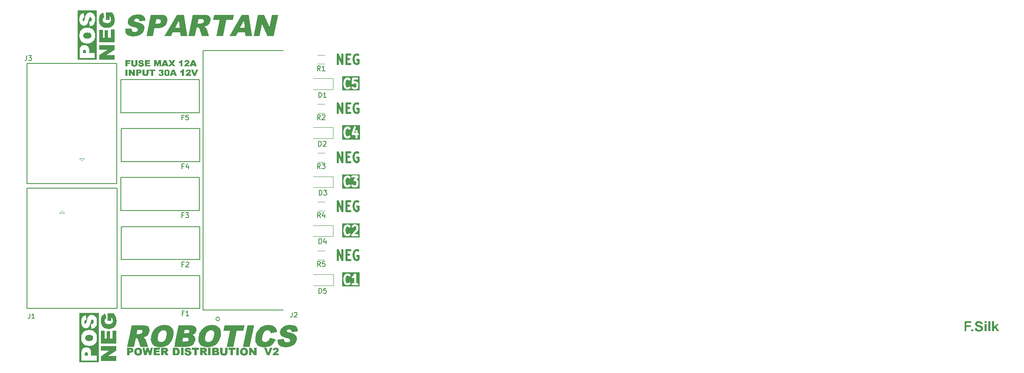
<source format=gbr>
%TF.GenerationSoftware,KiCad,Pcbnew,8.0.2-1*%
%TF.CreationDate,2024-10-12T14:19:11-07:00*%
%TF.ProjectId,PowerDistribution,506f7765-7244-4697-9374-726962757469,R2*%
%TF.SameCoordinates,Original*%
%TF.FileFunction,Legend,Top*%
%TF.FilePolarity,Positive*%
%FSLAX46Y46*%
G04 Gerber Fmt 4.6, Leading zero omitted, Abs format (unit mm)*
G04 Created by KiCad (PCBNEW 8.0.2-1) date 2024-10-12 14:19:11*
%MOMM*%
%LPD*%
G01*
G04 APERTURE LIST*
%ADD10C,0.425000*%
%ADD11C,0.225000*%
%ADD12C,0.250000*%
%ADD13C,0.254000*%
%ADD14C,0.762000*%
%ADD15C,0.317500*%
%ADD16C,0.150000*%
%ADD17C,0.300000*%
%ADD18C,0.120000*%
%ADD19C,0.127000*%
%ADD20C,0.152400*%
%ADD21C,0.100000*%
G04 APERTURE END LIST*
D10*
X237505478Y-84505710D02*
X237505478Y-82505710D01*
X237505478Y-82505710D02*
X238476907Y-84505710D01*
X238476907Y-84505710D02*
X238476907Y-82505710D01*
X239286430Y-83458091D02*
X239853097Y-83458091D01*
X240095954Y-84505710D02*
X239286430Y-84505710D01*
X239286430Y-84505710D02*
X239286430Y-82505710D01*
X239286430Y-82505710D02*
X240095954Y-82505710D01*
X241715002Y-82600948D02*
X241553097Y-82505710D01*
X241553097Y-82505710D02*
X241310240Y-82505710D01*
X241310240Y-82505710D02*
X241067383Y-82600948D01*
X241067383Y-82600948D02*
X240905478Y-82791424D01*
X240905478Y-82791424D02*
X240824525Y-82981900D01*
X240824525Y-82981900D02*
X240743573Y-83362852D01*
X240743573Y-83362852D02*
X240743573Y-83648567D01*
X240743573Y-83648567D02*
X240824525Y-84029519D01*
X240824525Y-84029519D02*
X240905478Y-84219995D01*
X240905478Y-84219995D02*
X241067383Y-84410472D01*
X241067383Y-84410472D02*
X241310240Y-84505710D01*
X241310240Y-84505710D02*
X241472144Y-84505710D01*
X241472144Y-84505710D02*
X241715002Y-84410472D01*
X241715002Y-84410472D02*
X241795954Y-84315233D01*
X241795954Y-84315233D02*
X241795954Y-83648567D01*
X241795954Y-83648567D02*
X241472144Y-83648567D01*
D11*
G36*
X195456511Y-112498066D02*
G01*
X195542670Y-112509721D01*
X195619642Y-112530118D01*
X195697832Y-112564963D01*
X195763519Y-112611706D01*
X195771882Y-112619354D01*
X195823225Y-112678715D01*
X195861958Y-112748015D01*
X195888080Y-112827254D01*
X195900433Y-112903083D01*
X195903650Y-112971853D01*
X195898612Y-113056332D01*
X195883498Y-113133614D01*
X195858307Y-113203699D01*
X195816182Y-113276367D01*
X195760343Y-113339240D01*
X195690539Y-113390873D01*
X195619395Y-113425036D01*
X195537808Y-113449882D01*
X195461841Y-113463470D01*
X195378623Y-113470588D01*
X195325211Y-113471752D01*
X195077680Y-113471752D01*
X195077680Y-114043492D01*
X194577409Y-114043492D01*
X194577409Y-113138238D01*
X195077680Y-113138238D01*
X195181904Y-113138238D01*
X195257032Y-113134021D01*
X195331006Y-113115932D01*
X195366528Y-113095059D01*
X195410991Y-113031781D01*
X195418267Y-112984880D01*
X195400819Y-112910842D01*
X195373600Y-112873957D01*
X195302610Y-112838524D01*
X195224163Y-112828945D01*
X195200887Y-112828546D01*
X195077680Y-112828546D01*
X195077680Y-113138238D01*
X194577409Y-113138238D01*
X194577409Y-112495031D01*
X195377695Y-112495031D01*
X195456511Y-112498066D01*
G37*
G36*
X196958190Y-112474448D02*
G01*
X197046850Y-112484167D01*
X197129972Y-112500364D01*
X197207558Y-112523041D01*
X197279607Y-112552197D01*
X197346119Y-112587832D01*
X197421473Y-112641486D01*
X197462533Y-112678538D01*
X197523334Y-112747346D01*
X197573830Y-112824186D01*
X197606807Y-112891443D01*
X197633189Y-112963841D01*
X197652975Y-113041380D01*
X197666165Y-113124061D01*
X197672761Y-113211883D01*
X197673585Y-113257722D01*
X197671332Y-113339594D01*
X197664570Y-113416776D01*
X197650507Y-113503205D01*
X197629953Y-113582882D01*
X197602909Y-113655806D01*
X197581273Y-113700671D01*
X197537113Y-113772890D01*
X197485080Y-113837770D01*
X197425175Y-113895311D01*
X197357397Y-113945515D01*
X197315132Y-113970907D01*
X197246975Y-114003671D01*
X197172877Y-114029655D01*
X197092838Y-114048861D01*
X197006859Y-114061289D01*
X196930670Y-114066467D01*
X196882977Y-114067314D01*
X196803152Y-114065287D01*
X196727689Y-114059208D01*
X196642891Y-114046562D01*
X196564375Y-114028080D01*
X196492140Y-114003762D01*
X196447472Y-113984308D01*
X196374883Y-113943198D01*
X196308562Y-113892827D01*
X196248512Y-113833194D01*
X196202030Y-113774708D01*
X196166814Y-113720771D01*
X196130382Y-113649932D01*
X196101488Y-113572812D01*
X196080132Y-113489410D01*
X196068093Y-113415110D01*
X196061288Y-113336448D01*
X196059613Y-113270378D01*
X196557651Y-113270378D01*
X196560570Y-113349780D01*
X196571351Y-113431069D01*
X196593399Y-113509010D01*
X196630606Y-113577617D01*
X196640658Y-113590120D01*
X196698586Y-113640763D01*
X196768145Y-113672650D01*
X196849337Y-113685779D01*
X196866971Y-113686154D01*
X196944585Y-113678735D01*
X197018390Y-113653086D01*
X197079110Y-113609117D01*
X197094774Y-113592353D01*
X197133819Y-113527191D01*
X197157799Y-113448803D01*
X197170498Y-113364412D01*
X197175231Y-113280338D01*
X197175547Y-113249905D01*
X197171521Y-113164160D01*
X197159445Y-113089316D01*
X197135785Y-113017127D01*
X197096599Y-112952934D01*
X197091424Y-112946913D01*
X197032958Y-112897055D01*
X196962715Y-112865663D01*
X196880694Y-112852737D01*
X196862877Y-112852368D01*
X196782070Y-112861746D01*
X196711805Y-112889881D01*
X196652082Y-112936773D01*
X196641402Y-112948402D01*
X196600917Y-113012697D01*
X196576054Y-113087102D01*
X196562886Y-113165526D01*
X196557979Y-113242643D01*
X196557651Y-113270378D01*
X196059613Y-113270378D01*
X196062940Y-113178706D01*
X196072920Y-113092221D01*
X196089554Y-113010925D01*
X196112841Y-112934816D01*
X196142782Y-112863895D01*
X196179377Y-112798163D01*
X196234476Y-112723292D01*
X196272526Y-112682261D01*
X196328343Y-112632795D01*
X196389335Y-112589925D01*
X196455504Y-112553651D01*
X196526850Y-112523972D01*
X196603371Y-112500888D01*
X196685069Y-112484399D01*
X196771943Y-112474506D01*
X196863993Y-112471208D01*
X196958190Y-112474448D01*
G37*
G36*
X197716391Y-112495031D02*
G01*
X198191352Y-112495031D01*
X198346198Y-113276706D01*
X198571395Y-112495031D01*
X199038538Y-112495031D01*
X199264852Y-113287128D01*
X199419698Y-112495031D01*
X199892425Y-112495031D01*
X199548860Y-114043492D01*
X199065711Y-114043492D01*
X198805525Y-113115904D01*
X198546455Y-114043492D01*
X198062934Y-114043492D01*
X197716391Y-112495031D01*
G37*
G36*
X199990693Y-112495031D02*
G01*
X201285295Y-112495031D01*
X201285295Y-112876190D01*
X200489848Y-112876190D01*
X200489848Y-113066770D01*
X201227972Y-113066770D01*
X201227972Y-113400285D01*
X200489848Y-113400285D01*
X200489848Y-113662332D01*
X201308373Y-113662332D01*
X201308373Y-114043492D01*
X199990693Y-114043492D01*
X199990693Y-112495031D01*
G37*
G36*
X202419379Y-112496379D02*
G01*
X202503045Y-112501358D01*
X202586581Y-112511542D01*
X202665153Y-112528728D01*
X202680399Y-112533370D01*
X202750373Y-112563803D01*
X202811405Y-112607176D01*
X202863494Y-112663489D01*
X202872839Y-112676305D01*
X202911705Y-112746039D01*
X202936176Y-112824498D01*
X202945892Y-112902569D01*
X202946540Y-112930163D01*
X202941051Y-113008098D01*
X202922334Y-113085765D01*
X202890334Y-113154988D01*
X202846766Y-113215765D01*
X202793346Y-113268098D01*
X202736232Y-113308345D01*
X202669030Y-113341881D01*
X202607814Y-113360829D01*
X202676653Y-113393662D01*
X202694543Y-113405868D01*
X202748493Y-113460865D01*
X202772338Y-113489991D01*
X202818807Y-113552111D01*
X202840456Y-113587887D01*
X203078680Y-114043492D01*
X202515875Y-114043492D01*
X202259411Y-113570764D01*
X202220398Y-113505798D01*
X202177149Y-113457235D01*
X202108187Y-113428022D01*
X202067714Y-113424107D01*
X202037564Y-113424107D01*
X202037564Y-114043492D01*
X201537664Y-114043492D01*
X201537664Y-113114415D01*
X202037564Y-113114415D01*
X202225538Y-113114415D01*
X202301828Y-113103839D01*
X202348745Y-113093943D01*
X202413860Y-113056720D01*
X202419096Y-113050392D01*
X202445844Y-112980530D01*
X202446268Y-112969247D01*
X202429256Y-112896605D01*
X202402718Y-112865024D01*
X202333624Y-112836561D01*
X202256896Y-112828866D01*
X202234099Y-112828546D01*
X202037564Y-112828546D01*
X202037564Y-113114415D01*
X201537664Y-113114415D01*
X201537664Y-112495031D01*
X202339812Y-112495031D01*
X202419379Y-112496379D01*
G37*
G36*
X204700727Y-112497046D02*
G01*
X204782505Y-112504491D01*
X204856624Y-112517423D01*
X204931953Y-112538919D01*
X204965867Y-112552354D01*
X205035946Y-112588543D01*
X205098782Y-112632624D01*
X205154375Y-112684595D01*
X205182130Y-112716878D01*
X205226518Y-112779707D01*
X205263368Y-112848013D01*
X205292681Y-112921796D01*
X205305709Y-112965152D01*
X205324242Y-113045982D01*
X205335624Y-113119956D01*
X205342214Y-113195931D01*
X205344048Y-113264050D01*
X205342658Y-113338490D01*
X205337319Y-113420740D01*
X205327976Y-113495270D01*
X205312014Y-113572463D01*
X205287098Y-113647815D01*
X205251530Y-113721392D01*
X205208896Y-113788019D01*
X205159195Y-113847698D01*
X205128530Y-113877851D01*
X205070313Y-113925098D01*
X205002658Y-113966130D01*
X204931877Y-113995094D01*
X204910033Y-114001430D01*
X204833145Y-114019832D01*
X204751040Y-114034249D01*
X204673586Y-114042013D01*
X204624535Y-114043492D01*
X203908000Y-114043492D01*
X203908000Y-113662332D01*
X204406039Y-113662332D01*
X204510262Y-113662332D01*
X204585327Y-113659947D01*
X204664253Y-113649347D01*
X204715359Y-113632182D01*
X204774652Y-113583658D01*
X204809532Y-113525725D01*
X204831704Y-113447144D01*
X204841068Y-113364542D01*
X204843743Y-113284589D01*
X204843777Y-113273728D01*
X204841094Y-113192254D01*
X204831183Y-113110366D01*
X204810914Y-113034142D01*
X204772165Y-112964902D01*
X204767470Y-112959569D01*
X204703082Y-112912099D01*
X204632277Y-112887916D01*
X204555645Y-112877493D01*
X204512495Y-112876190D01*
X204406039Y-112876190D01*
X204406039Y-113662332D01*
X203908000Y-113662332D01*
X203908000Y-112495031D01*
X204624535Y-112495031D01*
X204700727Y-112497046D01*
G37*
G36*
X205579295Y-112495031D02*
G01*
X206078078Y-112495031D01*
X206078078Y-114043492D01*
X205579295Y-114043492D01*
X205579295Y-112495031D01*
G37*
G36*
X206305881Y-113500786D02*
G01*
X206780469Y-113471008D01*
X206794428Y-113544908D01*
X206821481Y-113617336D01*
X206838908Y-113644465D01*
X206894144Y-113695326D01*
X206963630Y-113725075D01*
X207039166Y-113733799D01*
X207115339Y-113725535D01*
X207184080Y-113693278D01*
X207187312Y-113690621D01*
X207232610Y-113628171D01*
X207238679Y-113591237D01*
X207213681Y-113520640D01*
X207190290Y-113495947D01*
X207120285Y-113458156D01*
X207047442Y-113434539D01*
X206964400Y-113413991D01*
X206952810Y-113411452D01*
X206876887Y-113393492D01*
X206789868Y-113368948D01*
X206711610Y-113342078D01*
X206642112Y-113312881D01*
X206570278Y-113274775D01*
X206502416Y-113226083D01*
X206448607Y-113171361D01*
X206403295Y-113101231D01*
X206375244Y-113023005D01*
X206364860Y-112947917D01*
X206364320Y-112925324D01*
X206372633Y-112844294D01*
X206397572Y-112766519D01*
X206434671Y-112698639D01*
X206485670Y-112636414D01*
X206543193Y-112588182D01*
X206611728Y-112547311D01*
X206645723Y-112531509D01*
X206722262Y-112505128D01*
X206799692Y-112488227D01*
X206873829Y-112478334D01*
X206955137Y-112472681D01*
X207028372Y-112471208D01*
X207118118Y-112473907D01*
X207201013Y-112482004D01*
X207277056Y-112495499D01*
X207359263Y-112518819D01*
X207431603Y-112549911D01*
X207484349Y-112581760D01*
X207547503Y-112636948D01*
X207598546Y-112705779D01*
X207632657Y-112775637D01*
X207657870Y-112855519D01*
X207672083Y-112929744D01*
X207674184Y-112945425D01*
X207203690Y-112972225D01*
X207182794Y-112896716D01*
X207141221Y-112832286D01*
X207131478Y-112823707D01*
X207062447Y-112790306D01*
X206987455Y-112780942D01*
X206981471Y-112780901D01*
X206905951Y-112790794D01*
X206864964Y-112812168D01*
X206827331Y-112878558D01*
X206826997Y-112886613D01*
X206857520Y-112942074D01*
X206926668Y-112973996D01*
X207003335Y-112993346D01*
X207010877Y-112994931D01*
X207086293Y-113011367D01*
X207172827Y-113032075D01*
X207250764Y-113052966D01*
X207332940Y-113078274D01*
X207413166Y-113108132D01*
X207460154Y-113129676D01*
X207531345Y-113171329D01*
X207590818Y-113218400D01*
X207643155Y-113277055D01*
X207660039Y-113302389D01*
X207693212Y-113369463D01*
X207714099Y-113441334D01*
X207722700Y-113518004D01*
X207722945Y-113533914D01*
X207716321Y-113616467D01*
X207696446Y-113695370D01*
X207663322Y-113770621D01*
X207639195Y-113810850D01*
X207593225Y-113870290D01*
X207539066Y-113922053D01*
X207476718Y-113966138D01*
X207406181Y-114002547D01*
X207326943Y-114030882D01*
X207249748Y-114049035D01*
X207165214Y-114060989D01*
X207086916Y-114066302D01*
X207031722Y-114067314D01*
X206936403Y-114064865D01*
X206848656Y-114057520D01*
X206768482Y-114045277D01*
X206695881Y-114028137D01*
X206615777Y-113999826D01*
X206547506Y-113963863D01*
X206481199Y-113910607D01*
X206428083Y-113848452D01*
X206384310Y-113779519D01*
X206349880Y-113703808D01*
X206324794Y-113621317D01*
X206311027Y-113547397D01*
X206305881Y-113500786D01*
G37*
G36*
X207821213Y-112495031D02*
G01*
X209286667Y-112495031D01*
X209286667Y-112876190D01*
X208803146Y-112876190D01*
X208803146Y-114043492D01*
X208305107Y-114043492D01*
X208305107Y-112876190D01*
X207821213Y-112876190D01*
X207821213Y-112495031D01*
G37*
G36*
X210356729Y-112496379D02*
G01*
X210440395Y-112501358D01*
X210523931Y-112511542D01*
X210602503Y-112528728D01*
X210617748Y-112533370D01*
X210687722Y-112563803D01*
X210748754Y-112607176D01*
X210800844Y-112663489D01*
X210810189Y-112676305D01*
X210849054Y-112746039D01*
X210873525Y-112824498D01*
X210883242Y-112902569D01*
X210883890Y-112930163D01*
X210878401Y-113008098D01*
X210859684Y-113085765D01*
X210827683Y-113154988D01*
X210784115Y-113215765D01*
X210730695Y-113268098D01*
X210673582Y-113308345D01*
X210606379Y-113341881D01*
X210545164Y-113360829D01*
X210614002Y-113393662D01*
X210631892Y-113405868D01*
X210685842Y-113460865D01*
X210709688Y-113489991D01*
X210756156Y-113552111D01*
X210777805Y-113587887D01*
X211016030Y-114043492D01*
X210453224Y-114043492D01*
X210196760Y-113570764D01*
X210157748Y-113505798D01*
X210114498Y-113457235D01*
X210045537Y-113428022D01*
X210005064Y-113424107D01*
X209974913Y-113424107D01*
X209974913Y-114043492D01*
X209475014Y-114043492D01*
X209475014Y-113114415D01*
X209974913Y-113114415D01*
X210162888Y-113114415D01*
X210239178Y-113103839D01*
X210286094Y-113093943D01*
X210351210Y-113056720D01*
X210356445Y-113050392D01*
X210383193Y-112980530D01*
X210383618Y-112969247D01*
X210366606Y-112896605D01*
X210340067Y-112865024D01*
X210270974Y-112836561D01*
X210194246Y-112828866D01*
X210171449Y-112828546D01*
X209974913Y-112828546D01*
X209974913Y-113114415D01*
X209475014Y-113114415D01*
X209475014Y-112495031D01*
X210277161Y-112495031D01*
X210356729Y-112496379D01*
G37*
G36*
X211146309Y-112495031D02*
G01*
X211645092Y-112495031D01*
X211645092Y-114043492D01*
X211146309Y-114043492D01*
X211146309Y-112495031D01*
G37*
G36*
X212938649Y-112498839D02*
G01*
X213012563Y-112510263D01*
X213089568Y-112533217D01*
X213156634Y-112566538D01*
X213206208Y-112603349D01*
X213259785Y-112660741D01*
X213298055Y-112724601D01*
X213322811Y-112804175D01*
X213328671Y-112871724D01*
X213320092Y-112952036D01*
X213294356Y-113025005D01*
X213251463Y-113090632D01*
X213240825Y-113102876D01*
X213182663Y-113154065D01*
X213113952Y-113189193D01*
X213109429Y-113190722D01*
X213185590Y-113217831D01*
X213252155Y-113258682D01*
X213309123Y-113313273D01*
X213319365Y-113325840D01*
X213361960Y-113394941D01*
X213386807Y-113465897D01*
X213398876Y-113545156D01*
X213400138Y-113583048D01*
X213394576Y-113659049D01*
X213375611Y-113737108D01*
X213343187Y-113809361D01*
X213299020Y-113873486D01*
X213244824Y-113927670D01*
X213186852Y-113968302D01*
X213115697Y-113998618D01*
X213039222Y-114016275D01*
X213002228Y-114021902D01*
X212920287Y-114032339D01*
X212843247Y-114040456D01*
X212788198Y-114043492D01*
X211957762Y-114043492D01*
X211957762Y-113662332D01*
X212459895Y-113662332D01*
X212689931Y-113662332D01*
X212768377Y-113656679D01*
X212841706Y-113631554D01*
X212854454Y-113622132D01*
X212895485Y-113557666D01*
X212900983Y-113514558D01*
X212879167Y-113440522D01*
X212854827Y-113414429D01*
X212785171Y-113384805D01*
X212710703Y-113376796D01*
X212688814Y-113376462D01*
X212459895Y-113376462D01*
X212459895Y-113662332D01*
X211957762Y-113662332D01*
X211957762Y-113066770D01*
X212459895Y-113066770D01*
X212654197Y-113066770D01*
X212729876Y-113061610D01*
X212800482Y-113035503D01*
X212838404Y-112969382D01*
X212840310Y-112944680D01*
X212816001Y-112874079D01*
X212800482Y-112859440D01*
X212726153Y-112832890D01*
X212657547Y-112828546D01*
X212459895Y-112828546D01*
X212459895Y-113066770D01*
X211957762Y-113066770D01*
X211957762Y-112495031D01*
X212857432Y-112495031D01*
X212938649Y-112498839D01*
G37*
G36*
X214587167Y-112495031D02*
G01*
X215084089Y-112495031D01*
X215084089Y-113414057D01*
X215080673Y-113489780D01*
X215068867Y-113571291D01*
X215048627Y-113650041D01*
X215040911Y-113673127D01*
X215009126Y-113746489D01*
X214967745Y-113813962D01*
X214916767Y-113875546D01*
X214905420Y-113887157D01*
X214846780Y-113939043D01*
X214780093Y-113983774D01*
X214711118Y-114015575D01*
X214637487Y-114038211D01*
X214556924Y-114054379D01*
X214480743Y-114063221D01*
X214399255Y-114067112D01*
X214374998Y-114067314D01*
X214294952Y-114065423D01*
X214217831Y-114060421D01*
X214136567Y-114052293D01*
X214128212Y-114051308D01*
X214048874Y-114038484D01*
X213971259Y-114017324D01*
X213903760Y-113988774D01*
X213837789Y-113947771D01*
X213776110Y-113895671D01*
X213737375Y-113854773D01*
X213691056Y-113794187D01*
X213653368Y-113726489D01*
X213633896Y-113674615D01*
X213612484Y-113594712D01*
X213598079Y-113519990D01*
X213590293Y-113443044D01*
X213589601Y-113414057D01*
X213589601Y-112495031D01*
X214086523Y-112495031D01*
X214086523Y-113433785D01*
X214094308Y-113509685D01*
X214123583Y-113583280D01*
X214152407Y-113619898D01*
X214214902Y-113662797D01*
X214287966Y-113682984D01*
X214337403Y-113686154D01*
X214412156Y-113678457D01*
X214484735Y-113649513D01*
X214520911Y-113621015D01*
X214563809Y-113558510D01*
X214583997Y-113484347D01*
X214587167Y-113433785D01*
X214587167Y-112495031D01*
G37*
G36*
X215230001Y-112495031D02*
G01*
X216695456Y-112495031D01*
X216695456Y-112876190D01*
X216211934Y-112876190D01*
X216211934Y-114043492D01*
X215713895Y-114043492D01*
X215713895Y-112876190D01*
X215230001Y-112876190D01*
X215230001Y-112495031D01*
G37*
G36*
X216896458Y-112495031D02*
G01*
X217395241Y-112495031D01*
X217395241Y-114043492D01*
X216896458Y-114043492D01*
X216896458Y-112495031D01*
G37*
G36*
X218545815Y-112474448D02*
G01*
X218634474Y-112484167D01*
X218717597Y-112500364D01*
X218795183Y-112523041D01*
X218867232Y-112552197D01*
X218933744Y-112587832D01*
X219009098Y-112641486D01*
X219050158Y-112678538D01*
X219110959Y-112747346D01*
X219161455Y-112824186D01*
X219194432Y-112891443D01*
X219220813Y-112963841D01*
X219240600Y-113041380D01*
X219253790Y-113124061D01*
X219260386Y-113211883D01*
X219261210Y-113257722D01*
X219258956Y-113339594D01*
X219252195Y-113416776D01*
X219238132Y-113503205D01*
X219217578Y-113582882D01*
X219190534Y-113655806D01*
X219168898Y-113700671D01*
X219124738Y-113772890D01*
X219072705Y-113837770D01*
X219012800Y-113895311D01*
X218945021Y-113945515D01*
X218902756Y-113970907D01*
X218834600Y-114003671D01*
X218760502Y-114029655D01*
X218680463Y-114048861D01*
X218594483Y-114061289D01*
X218518295Y-114066467D01*
X218470602Y-114067314D01*
X218390777Y-114065287D01*
X218315314Y-114059208D01*
X218230516Y-114046562D01*
X218152000Y-114028080D01*
X218079764Y-114003762D01*
X218035097Y-113984308D01*
X217962507Y-113943198D01*
X217896187Y-113892827D01*
X217836137Y-113833194D01*
X217789655Y-113774708D01*
X217754439Y-113720771D01*
X217718007Y-113649932D01*
X217689113Y-113572812D01*
X217667757Y-113489410D01*
X217655718Y-113415110D01*
X217648913Y-113336448D01*
X217647238Y-113270378D01*
X218145276Y-113270378D01*
X218148194Y-113349780D01*
X218158976Y-113431069D01*
X218181024Y-113509010D01*
X218218231Y-113577617D01*
X218228283Y-113590120D01*
X218286210Y-113640763D01*
X218355770Y-113672650D01*
X218436962Y-113685779D01*
X218454596Y-113686154D01*
X218532210Y-113678735D01*
X218606015Y-113653086D01*
X218666734Y-113609117D01*
X218682399Y-113592353D01*
X218721444Y-113527191D01*
X218745424Y-113448803D01*
X218758123Y-113364412D01*
X218762856Y-113280338D01*
X218763172Y-113249905D01*
X218759146Y-113164160D01*
X218747070Y-113089316D01*
X218723410Y-113017127D01*
X218684224Y-112952934D01*
X218679048Y-112946913D01*
X218620583Y-112897055D01*
X218550340Y-112865663D01*
X218468319Y-112852737D01*
X218450502Y-112852368D01*
X218369695Y-112861746D01*
X218299430Y-112889881D01*
X218239707Y-112936773D01*
X218229027Y-112948402D01*
X218188542Y-113012697D01*
X218163679Y-113087102D01*
X218150511Y-113165526D01*
X218145603Y-113242643D01*
X218145276Y-113270378D01*
X217647238Y-113270378D01*
X217650564Y-113178706D01*
X217660545Y-113092221D01*
X217677179Y-113010925D01*
X217700466Y-112934816D01*
X217730407Y-112863895D01*
X217767001Y-112798163D01*
X217822101Y-112723292D01*
X217860151Y-112682261D01*
X217915968Y-112632795D01*
X217976960Y-112589925D01*
X218043129Y-112553651D01*
X218114475Y-112523972D01*
X218190996Y-112500888D01*
X218272694Y-112484399D01*
X218359568Y-112474506D01*
X218451618Y-112471208D01*
X218545815Y-112474448D01*
G37*
G36*
X219486035Y-112495031D02*
G01*
X219947223Y-112495031D01*
X220507051Y-113326956D01*
X220507051Y-112495031D01*
X220977545Y-112495031D01*
X220977545Y-114043492D01*
X220512634Y-114043492D01*
X219955784Y-113216033D01*
X219955784Y-114043492D01*
X219486035Y-114043492D01*
X219486035Y-112495031D01*
G37*
G36*
X222525633Y-112495031D02*
G01*
X223047494Y-112495031D01*
X223384359Y-113564437D01*
X223715640Y-112495031D01*
X224223356Y-112495031D01*
X223644917Y-114043492D01*
X223114495Y-114043492D01*
X222525633Y-112495031D01*
G37*
G36*
X225544014Y-114043492D02*
G01*
X224239362Y-114043492D01*
X224251423Y-113966886D01*
X224269739Y-113892845D01*
X224294310Y-113821368D01*
X224325137Y-113752457D01*
X224362218Y-113686111D01*
X224375969Y-113664565D01*
X224425146Y-113598472D01*
X224476644Y-113540515D01*
X224537701Y-113479941D01*
X224593430Y-113429598D01*
X224655278Y-113377579D01*
X224723244Y-113323885D01*
X224797329Y-113268517D01*
X224862358Y-113219937D01*
X224926185Y-113169248D01*
X224983251Y-113119212D01*
X225034065Y-113064165D01*
X225072032Y-112997629D01*
X225084687Y-112935747D01*
X225065785Y-112862988D01*
X225036298Y-112826312D01*
X224970223Y-112788395D01*
X224914580Y-112780901D01*
X224840698Y-112794873D01*
X224788768Y-112830407D01*
X224749946Y-112896693D01*
X224729793Y-112970566D01*
X224721767Y-113019870D01*
X224270629Y-112982647D01*
X224284512Y-112901714D01*
X224305263Y-112819993D01*
X224331226Y-112749764D01*
X224366663Y-112684494D01*
X224415118Y-112624582D01*
X224474405Y-112574193D01*
X224544525Y-112533328D01*
X224559849Y-112526298D01*
X224637410Y-112499668D01*
X224718811Y-112483313D01*
X224799655Y-112474652D01*
X224876095Y-112471424D01*
X224903041Y-112471208D01*
X224984707Y-112473027D01*
X225059411Y-112478484D01*
X225137767Y-112489449D01*
X225215713Y-112508042D01*
X225258145Y-112522948D01*
X225325872Y-112556258D01*
X225391040Y-112603630D01*
X225445595Y-112661907D01*
X225459891Y-112681516D01*
X225498757Y-112751061D01*
X225523228Y-112825696D01*
X225533304Y-112905419D01*
X225533592Y-112921974D01*
X225526938Y-113000298D01*
X225506975Y-113076560D01*
X225473704Y-113150761D01*
X225449469Y-113191094D01*
X225399172Y-113256396D01*
X225341345Y-113315940D01*
X225281516Y-113368764D01*
X225212212Y-113423237D01*
X225147221Y-113469891D01*
X225081729Y-113514914D01*
X225019996Y-113558586D01*
X224975625Y-113591981D01*
X224916976Y-113642320D01*
X224895597Y-113662332D01*
X225544014Y-113662332D01*
X225544014Y-114043492D01*
G37*
D10*
X237505478Y-74515710D02*
X237505478Y-72515710D01*
X237505478Y-72515710D02*
X238476907Y-74515710D01*
X238476907Y-74515710D02*
X238476907Y-72515710D01*
X239286430Y-73468091D02*
X239853097Y-73468091D01*
X240095954Y-74515710D02*
X239286430Y-74515710D01*
X239286430Y-74515710D02*
X239286430Y-72515710D01*
X239286430Y-72515710D02*
X240095954Y-72515710D01*
X241715002Y-72610948D02*
X241553097Y-72515710D01*
X241553097Y-72515710D02*
X241310240Y-72515710D01*
X241310240Y-72515710D02*
X241067383Y-72610948D01*
X241067383Y-72610948D02*
X240905478Y-72801424D01*
X240905478Y-72801424D02*
X240824525Y-72991900D01*
X240824525Y-72991900D02*
X240743573Y-73372852D01*
X240743573Y-73372852D02*
X240743573Y-73658567D01*
X240743573Y-73658567D02*
X240824525Y-74039519D01*
X240824525Y-74039519D02*
X240905478Y-74229995D01*
X240905478Y-74229995D02*
X241067383Y-74420472D01*
X241067383Y-74420472D02*
X241310240Y-74515710D01*
X241310240Y-74515710D02*
X241472144Y-74515710D01*
X241472144Y-74515710D02*
X241715002Y-74420472D01*
X241715002Y-74420472D02*
X241795954Y-74325233D01*
X241795954Y-74325233D02*
X241795954Y-73658567D01*
X241795954Y-73658567D02*
X241472144Y-73658567D01*
D12*
G36*
X197960386Y-107915063D02*
G01*
X198189662Y-107929308D01*
X198415849Y-107958443D01*
X198624612Y-108007607D01*
X198664433Y-108020889D01*
X198857312Y-108118127D01*
X199023097Y-108275656D01*
X199116874Y-108429035D01*
X199188066Y-108649058D01*
X199205204Y-108874817D01*
X199181883Y-109098958D01*
X199171715Y-109151464D01*
X199111177Y-109371064D01*
X199024478Y-109571096D01*
X198911619Y-109751559D01*
X198885908Y-109785303D01*
X198730528Y-109956180D01*
X198552967Y-110103380D01*
X198372298Y-110216651D01*
X198176926Y-110306823D01*
X197978917Y-110366410D01*
X198166824Y-110473571D01*
X198190900Y-110494021D01*
X198321201Y-110670756D01*
X198358587Y-110734479D01*
X198459025Y-110928187D01*
X198490418Y-111013959D01*
X198880635Y-112298512D01*
X197325040Y-112298512D01*
X196890528Y-110953845D01*
X196811693Y-110750299D01*
X196731277Y-110635343D01*
X196532741Y-110549324D01*
X196452852Y-110543590D01*
X196363207Y-110543590D01*
X195998302Y-112298512D01*
X194610395Y-112298512D01*
X195157753Y-109666129D01*
X196545660Y-109666129D01*
X197059270Y-109666129D01*
X197277178Y-109636163D01*
X197412575Y-109608123D01*
X197605868Y-109511352D01*
X197637213Y-109481566D01*
X197749949Y-109295834D01*
X197762715Y-109247436D01*
X197756724Y-109035954D01*
X197706820Y-108956355D01*
X197504735Y-108872700D01*
X197286301Y-108856262D01*
X197264925Y-108856165D01*
X196714403Y-108856165D01*
X196545660Y-109666129D01*
X195157753Y-109666129D01*
X195522659Y-107911207D01*
X197740568Y-107911207D01*
X197960386Y-107915063D01*
G37*
G36*
X202486879Y-107852938D02*
G01*
X202727568Y-107880622D01*
X202949075Y-107926762D01*
X203151402Y-107991359D01*
X203377336Y-108098059D01*
X203573299Y-108233597D01*
X203739292Y-108397973D01*
X203768894Y-108434308D01*
X203897222Y-108629921D01*
X203992181Y-108848296D01*
X204053770Y-109089432D01*
X204081990Y-109353329D01*
X204080540Y-109580834D01*
X204057733Y-109822907D01*
X204013570Y-110079548D01*
X203959293Y-110310884D01*
X203895335Y-110528985D01*
X203821696Y-110733852D01*
X203720549Y-110962223D01*
X203605462Y-111171536D01*
X203498906Y-111331406D01*
X203359248Y-111507313D01*
X203206836Y-111668018D01*
X203041670Y-111813521D01*
X202863748Y-111943823D01*
X202673073Y-112058923D01*
X202606680Y-112093911D01*
X202399072Y-112186382D01*
X202178858Y-112259720D01*
X201946038Y-112313927D01*
X201700612Y-112349002D01*
X201486460Y-112363617D01*
X201353767Y-112366008D01*
X201133240Y-112360215D01*
X200887640Y-112337969D01*
X200662804Y-112299038D01*
X200458731Y-112243422D01*
X200246888Y-112157449D01*
X200191553Y-112128714D01*
X200013832Y-112011726D01*
X199859024Y-111868395D01*
X199727127Y-111698721D01*
X199618141Y-111502703D01*
X199566151Y-111378865D01*
X199498980Y-111142510D01*
X199468157Y-110920640D01*
X199462027Y-110680973D01*
X199469215Y-110569493D01*
X200856626Y-110569493D01*
X200871638Y-110789237D01*
X200943609Y-110999959D01*
X200954058Y-111017123D01*
X201114133Y-111181004D01*
X201315588Y-111264783D01*
X201519345Y-111286057D01*
X201739853Y-111264867D01*
X201960792Y-111191619D01*
X202156395Y-111066051D01*
X202210135Y-111018178D01*
X202357934Y-110832282D01*
X202458239Y-110639825D01*
X202534013Y-110441524D01*
X202600368Y-110212449D01*
X202639374Y-110042635D01*
X202674758Y-109833334D01*
X202689515Y-109617923D01*
X202666518Y-109386496D01*
X202585587Y-109189431D01*
X202438455Y-109038119D01*
X202239232Y-108949616D01*
X202012917Y-108923662D01*
X201782050Y-108950440D01*
X201569309Y-109030773D01*
X201393341Y-109148864D01*
X201337947Y-109197868D01*
X201186644Y-109381308D01*
X201073023Y-109593389D01*
X200989718Y-109816810D01*
X200930283Y-110036431D01*
X200912927Y-110115405D01*
X200874527Y-110339908D01*
X200856626Y-110569493D01*
X199469215Y-110569493D01*
X199475781Y-110467655D01*
X199506684Y-110241979D01*
X199533457Y-110100640D01*
X199596488Y-109841677D01*
X199674845Y-109597379D01*
X199768527Y-109367748D01*
X199877534Y-109152782D01*
X200001866Y-108952483D01*
X200141523Y-108766850D01*
X200296506Y-108595883D01*
X200466814Y-108439581D01*
X200650041Y-108299924D01*
X200843782Y-108178888D01*
X201048036Y-108076472D01*
X201262804Y-107992678D01*
X201488085Y-107927504D01*
X201723880Y-107880952D01*
X201970188Y-107853020D01*
X202227009Y-107843710D01*
X202486879Y-107852938D01*
G37*
G36*
X207851548Y-107922107D02*
G01*
X208081255Y-107962379D01*
X208302499Y-108044740D01*
X208479712Y-108165859D01*
X208534815Y-108221271D01*
X208661897Y-108406685D01*
X208729915Y-108615290D01*
X208738869Y-108847088D01*
X208718322Y-108985885D01*
X208656561Y-109190348D01*
X208547430Y-109397568D01*
X208412757Y-109566102D01*
X208341815Y-109635544D01*
X208163569Y-109771428D01*
X207964078Y-109870424D01*
X207923123Y-109884439D01*
X208134582Y-109970722D01*
X208304915Y-110104859D01*
X208424077Y-110268328D01*
X208501878Y-110465888D01*
X208529624Y-110692080D01*
X208511799Y-110920132D01*
X208496848Y-111001304D01*
X208436803Y-111215878D01*
X208348951Y-111416651D01*
X208233290Y-111603623D01*
X208206821Y-111639361D01*
X208063394Y-111804478D01*
X207902047Y-111946525D01*
X207722779Y-112065502D01*
X207684774Y-112086529D01*
X207486543Y-112166784D01*
X207268430Y-112217902D01*
X207142689Y-112237342D01*
X206933211Y-112264104D01*
X206708463Y-112288416D01*
X206537325Y-112298512D01*
X204227662Y-112298512D01*
X204452220Y-111218560D01*
X205846536Y-111218560D01*
X206475102Y-111218560D01*
X206696774Y-111202394D01*
X206905457Y-111136721D01*
X206958127Y-111103604D01*
X207102073Y-110937956D01*
X207154290Y-110792485D01*
X207134463Y-110578296D01*
X207087848Y-110514060D01*
X206885685Y-110426001D01*
X206674864Y-110408699D01*
X206654391Y-110408596D01*
X206015278Y-110408596D01*
X205846536Y-111218560D01*
X204452220Y-111218560D01*
X204803091Y-109531135D01*
X206196676Y-109531135D01*
X206726106Y-109531135D01*
X206940250Y-109516166D01*
X207145954Y-109446016D01*
X207154290Y-109440435D01*
X207290195Y-109277341D01*
X207321978Y-109177830D01*
X207284489Y-108963738D01*
X207263973Y-108941590D01*
X207063218Y-108866259D01*
X206890630Y-108856165D01*
X206337998Y-108856165D01*
X206196676Y-109531135D01*
X204803091Y-109531135D01*
X205139927Y-107911207D01*
X207627824Y-107911207D01*
X207851548Y-107922107D01*
G37*
G36*
X212168480Y-107852938D02*
G01*
X212409169Y-107880622D01*
X212630676Y-107926762D01*
X212833003Y-107991359D01*
X213058937Y-108098059D01*
X213254900Y-108233597D01*
X213420893Y-108397973D01*
X213450495Y-108434308D01*
X213578823Y-108629921D01*
X213673782Y-108848296D01*
X213735371Y-109089432D01*
X213763591Y-109353329D01*
X213762141Y-109580834D01*
X213739334Y-109822907D01*
X213695171Y-110079548D01*
X213640894Y-110310884D01*
X213576936Y-110528985D01*
X213503297Y-110733852D01*
X213402150Y-110962223D01*
X213287062Y-111171536D01*
X213180507Y-111331406D01*
X213040849Y-111507313D01*
X212888437Y-111668018D01*
X212723270Y-111813521D01*
X212545349Y-111943823D01*
X212354674Y-112058923D01*
X212288281Y-112093911D01*
X212080673Y-112186382D01*
X211860459Y-112259720D01*
X211627639Y-112313927D01*
X211382213Y-112349002D01*
X211168061Y-112363617D01*
X211035368Y-112366008D01*
X210814841Y-112360215D01*
X210569241Y-112337969D01*
X210344405Y-112299038D01*
X210140332Y-112243422D01*
X209928489Y-112157449D01*
X209873154Y-112128714D01*
X209695433Y-112011726D01*
X209540625Y-111868395D01*
X209408728Y-111698721D01*
X209299742Y-111502703D01*
X209247752Y-111378865D01*
X209180581Y-111142510D01*
X209149758Y-110920640D01*
X209143628Y-110680973D01*
X209150816Y-110569493D01*
X210538227Y-110569493D01*
X210553239Y-110789237D01*
X210625210Y-110999959D01*
X210635659Y-111017123D01*
X210795733Y-111181004D01*
X210997188Y-111264783D01*
X211200946Y-111286057D01*
X211421454Y-111264867D01*
X211642393Y-111191619D01*
X211837995Y-111066051D01*
X211891736Y-111018178D01*
X212039535Y-110832282D01*
X212139840Y-110639825D01*
X212215613Y-110441524D01*
X212281969Y-110212449D01*
X212320975Y-110042635D01*
X212356359Y-109833334D01*
X212371116Y-109617923D01*
X212348119Y-109386496D01*
X212267188Y-109189431D01*
X212120056Y-109038119D01*
X211920833Y-108949616D01*
X211694518Y-108923662D01*
X211463651Y-108950440D01*
X211250910Y-109030773D01*
X211074941Y-109148864D01*
X211019548Y-109197868D01*
X210868245Y-109381308D01*
X210754624Y-109593389D01*
X210671319Y-109816810D01*
X210611884Y-110036431D01*
X210594528Y-110115405D01*
X210556128Y-110339908D01*
X210538227Y-110569493D01*
X209150816Y-110569493D01*
X209157382Y-110467655D01*
X209188285Y-110241979D01*
X209215058Y-110100640D01*
X209278089Y-109841677D01*
X209356446Y-109597379D01*
X209450127Y-109367748D01*
X209559134Y-109152782D01*
X209683467Y-108952483D01*
X209823124Y-108766850D01*
X209978107Y-108595883D01*
X210148415Y-108439581D01*
X210331642Y-108299924D01*
X210525383Y-108178888D01*
X210729637Y-108076472D01*
X210944405Y-107992678D01*
X211169686Y-107927504D01*
X211405481Y-107880952D01*
X211651789Y-107853020D01*
X211908610Y-107843710D01*
X212168480Y-107852938D01*
G37*
G36*
X214493534Y-107911207D02*
G01*
X218557064Y-107911207D01*
X218332426Y-108991159D01*
X216993032Y-108991159D01*
X216305407Y-112298512D01*
X214922773Y-112298512D01*
X215610399Y-108991159D01*
X214268896Y-108991159D01*
X214493534Y-107911207D01*
G37*
G36*
X219131844Y-107911207D02*
G01*
X220516587Y-107911207D01*
X219604323Y-112298512D01*
X218219579Y-112298512D01*
X219131844Y-107911207D01*
G37*
G36*
X223735350Y-110468710D02*
G01*
X224880690Y-110829397D01*
X224789418Y-111021395D01*
X224675155Y-111227867D01*
X224552515Y-111415464D01*
X224421498Y-111584187D01*
X224322785Y-111693148D01*
X224155888Y-111849564D01*
X223977917Y-111985547D01*
X223788873Y-112101096D01*
X223588755Y-112196211D01*
X223373147Y-112270498D01*
X223167295Y-112318087D01*
X222945395Y-112349427D01*
X222707447Y-112364516D01*
X222600557Y-112366008D01*
X222388573Y-112360910D01*
X222153157Y-112341334D01*
X221938431Y-112307074D01*
X221714065Y-112248548D01*
X221517860Y-112170037D01*
X221492129Y-112157190D01*
X221300976Y-112033072D01*
X221133551Y-111869536D01*
X221006521Y-111694109D01*
X220897658Y-111488502D01*
X220869891Y-111424214D01*
X220802349Y-111217175D01*
X220761873Y-110989966D01*
X220748463Y-110742587D01*
X220757965Y-110521030D01*
X220786262Y-110285466D01*
X220822433Y-110086930D01*
X220885612Y-109824967D01*
X220963359Y-109578527D01*
X221055673Y-109347611D01*
X221162554Y-109132217D01*
X221284003Y-108932346D01*
X221420018Y-108747998D01*
X221570601Y-108579173D01*
X221735751Y-108425871D01*
X221913656Y-108289427D01*
X222102503Y-108171175D01*
X222302291Y-108071116D01*
X222513021Y-107989250D01*
X222734694Y-107925576D01*
X222967308Y-107880095D01*
X223210864Y-107852806D01*
X223465362Y-107843710D01*
X223710283Y-107852052D01*
X223934862Y-107877079D01*
X224177508Y-107929135D01*
X224390863Y-108005218D01*
X224602756Y-108124347D01*
X224681363Y-108185413D01*
X224841196Y-108353682D01*
X224970952Y-108559497D01*
X225058232Y-108765795D01*
X225123413Y-108999678D01*
X225160851Y-109215653D01*
X225166497Y-109261147D01*
X223886164Y-109538517D01*
X223852534Y-109326435D01*
X223817612Y-109224234D01*
X223687191Y-109056971D01*
X223608793Y-109001705D01*
X223399204Y-108931283D01*
X223287128Y-108923662D01*
X223054589Y-108951191D01*
X222842238Y-109033781D01*
X222650076Y-109171430D01*
X222552043Y-109271693D01*
X222420378Y-109464062D01*
X222330470Y-109660522D01*
X222263047Y-109863461D01*
X222206121Y-110095367D01*
X222162679Y-110339595D01*
X222139926Y-110552603D01*
X222141771Y-110788052D01*
X222195801Y-111004315D01*
X222213503Y-111037161D01*
X222372926Y-111198311D01*
X222584044Y-111274146D01*
X222735551Y-111286057D01*
X222950228Y-111266488D01*
X223155444Y-111199759D01*
X223328259Y-111085675D01*
X223479616Y-110922365D01*
X223606832Y-110729564D01*
X223712873Y-110519938D01*
X223735350Y-110468710D01*
G37*
G36*
X225304655Y-110760845D02*
G01*
X226637721Y-110676474D01*
X226632328Y-110889213D01*
X226668355Y-111107814D01*
X226696781Y-111172155D01*
X226845238Y-111333305D01*
X227046542Y-111409140D01*
X227192462Y-111421051D01*
X227410245Y-111397230D01*
X227611681Y-111311673D01*
X227633302Y-111296603D01*
X227781277Y-111144067D01*
X227836847Y-111009741D01*
X227800311Y-110797062D01*
X227759858Y-110743971D01*
X227572680Y-110631133D01*
X227354172Y-110557967D01*
X227156604Y-110507732D01*
X226908733Y-110443135D01*
X226686506Y-110371947D01*
X226489925Y-110294167D01*
X226287879Y-110192131D01*
X226098832Y-110061091D01*
X226013374Y-109980411D01*
X225881741Y-109800266D01*
X225803236Y-109597313D01*
X225777859Y-109371554D01*
X225799235Y-109155307D01*
X225805609Y-109122989D01*
X225867343Y-108915212D01*
X225965536Y-108715057D01*
X226100188Y-108522523D01*
X226131493Y-108484931D01*
X226289340Y-108326204D01*
X226473382Y-108188165D01*
X226658966Y-108082833D01*
X226811737Y-108014561D01*
X227039143Y-107939814D01*
X227263430Y-107891928D01*
X227474473Y-107863898D01*
X227702869Y-107847881D01*
X227906454Y-107843710D01*
X228154402Y-107851408D01*
X228380156Y-107874504D01*
X228621764Y-107922544D01*
X228831410Y-107992756D01*
X229035604Y-108102693D01*
X229109798Y-108159047D01*
X229253216Y-108316033D01*
X229354949Y-108511070D01*
X229414996Y-108744159D01*
X229433288Y-108974236D01*
X229425136Y-109187322D01*
X228104726Y-109263256D01*
X228090855Y-109046421D01*
X228000387Y-108847910D01*
X227992934Y-108840345D01*
X227799225Y-108740839D01*
X227607990Y-108721171D01*
X227391422Y-108749868D01*
X227263123Y-108811870D01*
X227126529Y-108973825D01*
X227110200Y-109027016D01*
X227159768Y-109179939D01*
X227359203Y-109278262D01*
X227551040Y-109327589D01*
X227797835Y-109385877D01*
X228020787Y-109444732D01*
X228256858Y-109516106D01*
X228458595Y-109588295D01*
X228674170Y-109685817D01*
X228718527Y-109710423D01*
X228909289Y-109843263D01*
X229055765Y-109995259D01*
X229165737Y-110184580D01*
X229173077Y-110202941D01*
X229229553Y-110414059D01*
X229240916Y-110641379D01*
X229212099Y-110862091D01*
X229154687Y-111069460D01*
X229069986Y-111268655D01*
X228957996Y-111459677D01*
X228818718Y-111642525D01*
X228657226Y-111809949D01*
X228477541Y-111955753D01*
X228279664Y-112079937D01*
X228063595Y-112182501D01*
X227858659Y-112254004D01*
X227636968Y-112307946D01*
X227398523Y-112344325D01*
X227180805Y-112361528D01*
X226989971Y-112366008D01*
X226726393Y-112359038D01*
X226486710Y-112338126D01*
X226270920Y-112303274D01*
X226034785Y-112240104D01*
X225835984Y-112155150D01*
X225646705Y-112024453D01*
X225550386Y-111919896D01*
X225423637Y-111711593D01*
X225347530Y-111512884D01*
X225301455Y-111295562D01*
X225285413Y-111059627D01*
X225294986Y-110848797D01*
X225304655Y-110760845D01*
G37*
D10*
X237505478Y-94505710D02*
X237505478Y-92505710D01*
X237505478Y-92505710D02*
X238476907Y-94505710D01*
X238476907Y-94505710D02*
X238476907Y-92505710D01*
X239286430Y-93458091D02*
X239853097Y-93458091D01*
X240095954Y-94505710D02*
X239286430Y-94505710D01*
X239286430Y-94505710D02*
X239286430Y-92505710D01*
X239286430Y-92505710D02*
X240095954Y-92505710D01*
X241715002Y-92600948D02*
X241553097Y-92505710D01*
X241553097Y-92505710D02*
X241310240Y-92505710D01*
X241310240Y-92505710D02*
X241067383Y-92600948D01*
X241067383Y-92600948D02*
X240905478Y-92791424D01*
X240905478Y-92791424D02*
X240824525Y-92981900D01*
X240824525Y-92981900D02*
X240743573Y-93362852D01*
X240743573Y-93362852D02*
X240743573Y-93648567D01*
X240743573Y-93648567D02*
X240824525Y-94029519D01*
X240824525Y-94029519D02*
X240905478Y-94219995D01*
X240905478Y-94219995D02*
X241067383Y-94410472D01*
X241067383Y-94410472D02*
X241310240Y-94505710D01*
X241310240Y-94505710D02*
X241472144Y-94505710D01*
X241472144Y-94505710D02*
X241715002Y-94410472D01*
X241715002Y-94410472D02*
X241795954Y-94315233D01*
X241795954Y-94315233D02*
X241795954Y-93648567D01*
X241795954Y-93648567D02*
X241472144Y-93648567D01*
D13*
G36*
X194272129Y-53741288D02*
G01*
X195269075Y-53741288D01*
X195269075Y-54058921D01*
X194688712Y-54058921D01*
X194688712Y-54237589D01*
X195184393Y-54237589D01*
X195184393Y-54515518D01*
X194688712Y-54515518D01*
X194688712Y-55031672D01*
X194272129Y-55031672D01*
X194272129Y-53741288D01*
G37*
G36*
X196287423Y-53741288D02*
G01*
X196701525Y-53741288D01*
X196701525Y-54507143D01*
X196698679Y-54570245D01*
X196688840Y-54638171D01*
X196671973Y-54703796D01*
X196665543Y-54723034D01*
X196639056Y-54784169D01*
X196604572Y-54840397D01*
X196562090Y-54891717D01*
X196552634Y-54901392D01*
X196503768Y-54944631D01*
X196448195Y-54981907D01*
X196390716Y-55008407D01*
X196329357Y-55027271D01*
X196262220Y-55040745D01*
X196198737Y-55048113D01*
X196130830Y-55051355D01*
X196110616Y-55051524D01*
X196043911Y-55049947D01*
X195979643Y-55045779D01*
X195911923Y-55039006D01*
X195904961Y-55038185D01*
X195838846Y-55027498D01*
X195774167Y-55009865D01*
X195717917Y-54986074D01*
X195662941Y-54951905D01*
X195611542Y-54908488D01*
X195579263Y-54874406D01*
X195540664Y-54823918D01*
X195509257Y-54767502D01*
X195493031Y-54724275D01*
X195475187Y-54657688D01*
X195463184Y-54595421D01*
X195456695Y-54531299D01*
X195456118Y-54507143D01*
X195456118Y-53741288D01*
X195870220Y-53741288D01*
X195870220Y-54523583D01*
X195876707Y-54586833D01*
X195901103Y-54648162D01*
X195925123Y-54678677D01*
X195977202Y-54714426D01*
X196038089Y-54731249D01*
X196079287Y-54733891D01*
X196141581Y-54727476D01*
X196202063Y-54703356D01*
X196232210Y-54679608D01*
X196267958Y-54627521D01*
X196284781Y-54565718D01*
X196287423Y-54523583D01*
X196287423Y-53741288D01*
G37*
G36*
X196865614Y-54579417D02*
G01*
X197261105Y-54554602D01*
X197272737Y-54616186D01*
X197295281Y-54676542D01*
X197309804Y-54699150D01*
X197355834Y-54741534D01*
X197413739Y-54766325D01*
X197476686Y-54773595D01*
X197540163Y-54766708D01*
X197597447Y-54739827D01*
X197600141Y-54737613D01*
X197637889Y-54685571D01*
X197642947Y-54654793D01*
X197622115Y-54595962D01*
X197602622Y-54575384D01*
X197544285Y-54543892D01*
X197483582Y-54524211D01*
X197414381Y-54507087D01*
X197404722Y-54504972D01*
X197341453Y-54490005D01*
X197268938Y-54469552D01*
X197203722Y-54447160D01*
X197145807Y-54422830D01*
X197085946Y-54391074D01*
X197029394Y-54350498D01*
X196984553Y-54304896D01*
X196946793Y-54246454D01*
X196923417Y-54181266D01*
X196914764Y-54118692D01*
X196914314Y-54099865D01*
X196921242Y-54032340D01*
X196942024Y-53967528D01*
X196972940Y-53910961D01*
X197015439Y-53859107D01*
X197063375Y-53818914D01*
X197120488Y-53784855D01*
X197148817Y-53771686D01*
X197212599Y-53749702D01*
X197277124Y-53735618D01*
X197338904Y-53727373D01*
X197406661Y-53722662D01*
X197467690Y-53721436D01*
X197542479Y-53723685D01*
X197611558Y-53730432D01*
X197674927Y-53741678D01*
X197743433Y-53761111D01*
X197803716Y-53787021D01*
X197847671Y-53813562D01*
X197900300Y-53859552D01*
X197942836Y-53916911D01*
X197971262Y-53975126D01*
X197992272Y-54041694D01*
X198004116Y-54103549D01*
X198005867Y-54116616D01*
X197613789Y-54138949D01*
X197596375Y-54076025D01*
X197561731Y-54022333D01*
X197553612Y-54015184D01*
X197496086Y-53987350D01*
X197433593Y-53979547D01*
X197428606Y-53979512D01*
X197365673Y-53987757D01*
X197331517Y-54005568D01*
X197300156Y-54060894D01*
X197299878Y-54067606D01*
X197325314Y-54113824D01*
X197382937Y-54140426D01*
X197446826Y-54156551D01*
X197453111Y-54157871D01*
X197515958Y-54171567D01*
X197588070Y-54188825D01*
X197653017Y-54206233D01*
X197721497Y-54227324D01*
X197788352Y-54252205D01*
X197827509Y-54270159D01*
X197886835Y-54304870D01*
X197936396Y-54344095D01*
X197980010Y-54392974D01*
X197994080Y-54414086D01*
X198021724Y-54469981D01*
X198039130Y-54529874D01*
X198046297Y-54593765D01*
X198046502Y-54607024D01*
X198040981Y-54675818D01*
X198024419Y-54741570D01*
X197996816Y-54804280D01*
X197976709Y-54837804D01*
X197938401Y-54887337D01*
X197893269Y-54930473D01*
X197841312Y-54967210D01*
X197782531Y-54997551D01*
X197716500Y-55021164D01*
X197652171Y-55036291D01*
X197581726Y-55046253D01*
X197516477Y-55050680D01*
X197470482Y-55051524D01*
X197391049Y-55049483D01*
X197317927Y-55043362D01*
X197251116Y-55033159D01*
X197190614Y-55018876D01*
X197123862Y-54995283D01*
X197066969Y-54965314D01*
X197011713Y-54920934D01*
X196967450Y-54869139D01*
X196930972Y-54811695D01*
X196902281Y-54748602D01*
X196881376Y-54679860D01*
X196869903Y-54618260D01*
X196865614Y-54579417D01*
G37*
G36*
X198217416Y-53741288D02*
G01*
X199296251Y-53741288D01*
X199296251Y-54058921D01*
X198633378Y-54058921D01*
X198633378Y-54217737D01*
X199248482Y-54217737D01*
X199248482Y-54495666D01*
X198633378Y-54495666D01*
X198633378Y-54714039D01*
X199315483Y-54714039D01*
X199315483Y-55031672D01*
X198217416Y-55031672D01*
X198217416Y-53741288D01*
G37*
G36*
X200090023Y-53741288D02*
G01*
X200627580Y-53741288D01*
X200820517Y-54481707D01*
X201012523Y-53741288D01*
X201548529Y-53741288D01*
X201548529Y-55031672D01*
X201205771Y-55031672D01*
X201215697Y-54046513D01*
X200973129Y-55031672D01*
X200665423Y-55031672D01*
X200423476Y-54046513D01*
X200433402Y-55031672D01*
X200090023Y-55031672D01*
X200090023Y-53741288D01*
G37*
G36*
X203059147Y-55031672D02*
G01*
X202623952Y-55031672D01*
X202561294Y-54813299D01*
X202126100Y-54813299D01*
X202064062Y-55031672D01*
X201638484Y-55031672D01*
X201833655Y-54515518D01*
X202217605Y-54515518D01*
X202472270Y-54515518D01*
X202344472Y-54108861D01*
X202217605Y-54515518D01*
X201833655Y-54515518D01*
X202126410Y-53741288D01*
X202571220Y-53741288D01*
X203059147Y-55031672D01*
G37*
G36*
X203057596Y-53741288D02*
G01*
X203516675Y-53741288D01*
X203738149Y-54122199D01*
X203951869Y-53741288D01*
X204407225Y-53741288D01*
X204002740Y-54366628D01*
X204445068Y-55031672D01*
X203976684Y-55031672D01*
X203730084Y-54632459D01*
X203482864Y-55031672D01*
X203016961Y-55031672D01*
X203465493Y-54359493D01*
X203057596Y-53741288D01*
G37*
G36*
X205896750Y-53721436D02*
G01*
X205896750Y-55031672D01*
X205517390Y-55031672D01*
X205517390Y-54196954D01*
X205466669Y-54233764D01*
X205413455Y-54267422D01*
X205362916Y-54295284D01*
X205306240Y-54321711D01*
X205246167Y-54345598D01*
X205185559Y-54366914D01*
X205144233Y-54380276D01*
X205144233Y-54061712D01*
X205211150Y-54038786D01*
X205271851Y-54014443D01*
X205334813Y-53984250D01*
X205389315Y-53952127D01*
X205429296Y-53923058D01*
X205476115Y-53880679D01*
X205517933Y-53832948D01*
X205554748Y-53779867D01*
X205586562Y-53721436D01*
X205896750Y-53721436D01*
G37*
G36*
X207316483Y-55031672D02*
G01*
X206229272Y-55031672D01*
X206239323Y-54967833D01*
X206254586Y-54906132D01*
X206275063Y-54846569D01*
X206300751Y-54789143D01*
X206331653Y-54733854D01*
X206343111Y-54715900D01*
X206384093Y-54660822D01*
X206427007Y-54612525D01*
X206477888Y-54562046D01*
X206524329Y-54520093D01*
X206575869Y-54476744D01*
X206632507Y-54432000D01*
X206694245Y-54385859D01*
X206748436Y-54345376D01*
X206801624Y-54303135D01*
X206849180Y-54261439D01*
X206891524Y-54215566D01*
X206923164Y-54160120D01*
X206933710Y-54108551D01*
X206917958Y-54047919D01*
X206893386Y-54017355D01*
X206838323Y-53985758D01*
X206791954Y-53979512D01*
X206730385Y-53991156D01*
X206687110Y-54020767D01*
X206654759Y-54076006D01*
X206637965Y-54137567D01*
X206631276Y-54178653D01*
X206255328Y-54147635D01*
X206266897Y-54080190D01*
X206284190Y-54012089D01*
X206305826Y-53953565D01*
X206335357Y-53899174D01*
X206375736Y-53849247D01*
X206425142Y-53807256D01*
X206483575Y-53773202D01*
X206496344Y-53767344D01*
X206560979Y-53745152D01*
X206628813Y-53731523D01*
X206696183Y-53724305D01*
X206759883Y-53721615D01*
X206782338Y-53721436D01*
X206850393Y-53722951D01*
X206912646Y-53727499D01*
X206977943Y-53736636D01*
X207042898Y-53752131D01*
X207078258Y-53764552D01*
X207134697Y-53792311D01*
X207189004Y-53831787D01*
X207234466Y-53880351D01*
X207246380Y-53896692D01*
X207278768Y-53954646D01*
X207299161Y-54016842D01*
X207307557Y-54083278D01*
X207307797Y-54097074D01*
X207302252Y-54162343D01*
X207285616Y-54225895D01*
X207257890Y-54287730D01*
X207237695Y-54321340D01*
X207195781Y-54375759D01*
X207147592Y-54425379D01*
X207097734Y-54469399D01*
X207039981Y-54514793D01*
X206985822Y-54553671D01*
X206931245Y-54591190D01*
X206879800Y-54627583D01*
X206842825Y-54655413D01*
X206793951Y-54697362D01*
X206776134Y-54714039D01*
X207316483Y-54714039D01*
X207316483Y-55031672D01*
G37*
G36*
X208786465Y-55031672D02*
G01*
X208351271Y-55031672D01*
X208288613Y-54813299D01*
X207853419Y-54813299D01*
X207791381Y-55031672D01*
X207365803Y-55031672D01*
X207560974Y-54515518D01*
X207944924Y-54515518D01*
X208199589Y-54515518D01*
X208071791Y-54108861D01*
X207944924Y-54515518D01*
X207560974Y-54515518D01*
X207853729Y-53741288D01*
X208298539Y-53741288D01*
X208786465Y-55031672D01*
G37*
D14*
G36*
X186390787Y-113400348D02*
G01*
X186517344Y-113489275D01*
X186559089Y-113560319D01*
X186595268Y-113708266D01*
X186603701Y-113858523D01*
X186603701Y-114066970D01*
X185984317Y-114066970D01*
X185984317Y-113820556D01*
X185985115Y-113774004D01*
X186004273Y-113617111D01*
X186075140Y-113475130D01*
X186148910Y-113420692D01*
X186296986Y-113385796D01*
X186390787Y-113400348D01*
G37*
G36*
X186887901Y-109871868D02*
G01*
X187056049Y-109881334D01*
X187224831Y-109906733D01*
X187381608Y-109954692D01*
X187511932Y-110032783D01*
X187545459Y-110064111D01*
X187633397Y-110185550D01*
X187684695Y-110333161D01*
X187699534Y-110488388D01*
X187698784Y-110523656D01*
X187672525Y-110686040D01*
X187608752Y-110825159D01*
X187507466Y-110941015D01*
X187482460Y-110961118D01*
X187345246Y-111035532D01*
X187189364Y-111079629D01*
X187026785Y-111101191D01*
X186867981Y-111107028D01*
X186812511Y-111106373D01*
X186658278Y-111096559D01*
X186501429Y-111070223D01*
X186352620Y-111020496D01*
X186224030Y-110939526D01*
X186200772Y-110918167D01*
X186106988Y-110798720D01*
X186050718Y-110658190D01*
X186031961Y-110496577D01*
X186032700Y-110460942D01*
X186058552Y-110296901D01*
X186121336Y-110156415D01*
X186221052Y-110039483D01*
X186233093Y-110029132D01*
X186361480Y-109950760D01*
X186505858Y-109903440D01*
X186655546Y-109879288D01*
X186827036Y-109871237D01*
X186887901Y-109871868D01*
G37*
G36*
X188842853Y-115448513D02*
G01*
X184888642Y-115448513D01*
X184888642Y-113466941D01*
X185317287Y-113466941D01*
X185317287Y-113820556D01*
X185317287Y-115067513D01*
X188414209Y-115067513D01*
X188414209Y-114066970D01*
X187270730Y-114066970D01*
X187270730Y-113571909D01*
X187268401Y-113465085D01*
X187254166Y-113298648D01*
X187226990Y-113146715D01*
X187177298Y-112983541D01*
X187108972Y-112841252D01*
X187005705Y-112701644D01*
X186879960Y-112589966D01*
X186734623Y-112505717D01*
X186594453Y-112455335D01*
X186439889Y-112425106D01*
X186270931Y-112415030D01*
X186133392Y-112421464D01*
X185981733Y-112446171D01*
X185823256Y-112498415D01*
X185684656Y-112575880D01*
X185565934Y-112678566D01*
X185550637Y-112695292D01*
X185457151Y-112826666D01*
X185387462Y-112983047D01*
X185346668Y-113136991D01*
X185323358Y-113309308D01*
X185317287Y-113466941D01*
X184888642Y-113466941D01*
X184888642Y-110494344D01*
X185269642Y-110494344D01*
X185269722Y-110496577D01*
X185276238Y-110678444D01*
X185296024Y-110852192D01*
X185329001Y-111015588D01*
X185375169Y-111168631D01*
X185434527Y-111311322D01*
X185507076Y-111443660D01*
X185592816Y-111565645D01*
X185691747Y-111677278D01*
X185773810Y-111753378D01*
X185923551Y-111863577D01*
X186055016Y-111936766D01*
X186196858Y-111996648D01*
X186349075Y-112043223D01*
X186511668Y-112076491D01*
X186684637Y-112096451D01*
X186867981Y-112103105D01*
X187000122Y-112099755D01*
X187157445Y-112086145D01*
X187306045Y-112062067D01*
X187472849Y-112019354D01*
X187627090Y-111961566D01*
X187768768Y-111888702D01*
X187876641Y-111818270D01*
X187993613Y-111725307D01*
X188112880Y-111605206D01*
X188213622Y-111472565D01*
X188295841Y-111327386D01*
X188334750Y-111238051D01*
X188383386Y-111093581D01*
X188420350Y-110936548D01*
X188445641Y-110766953D01*
X188457800Y-110616027D01*
X188461853Y-110456376D01*
X188460159Y-110360990D01*
X188449803Y-110208613D01*
X188424948Y-110036654D01*
X188386536Y-109876576D01*
X188334567Y-109728381D01*
X188269040Y-109592067D01*
X188218255Y-109507537D01*
X188117848Y-109371981D01*
X188002765Y-109252170D01*
X187873005Y-109148104D01*
X187728568Y-109059784D01*
X187638838Y-109016513D01*
X187492990Y-108962424D01*
X187333636Y-108921316D01*
X187160778Y-108893190D01*
X187006413Y-108879667D01*
X186842670Y-108875160D01*
X186750992Y-108876809D01*
X186575348Y-108890000D01*
X186409986Y-108916381D01*
X186254907Y-108955953D01*
X186110111Y-109008716D01*
X185975598Y-109074670D01*
X185821917Y-109175662D01*
X185684302Y-109297264D01*
X185610198Y-109379384D01*
X185502889Y-109530092D01*
X185431619Y-109663116D01*
X185373307Y-109807214D01*
X185327954Y-109962386D01*
X185295559Y-110128631D01*
X185276121Y-110305951D01*
X185269642Y-110494344D01*
X184888642Y-110494344D01*
X184888642Y-107153987D01*
X185269642Y-107153987D01*
X185272587Y-107300456D01*
X185283893Y-107463072D01*
X185303679Y-107611346D01*
X185337481Y-107766205D01*
X185390244Y-107919283D01*
X185421848Y-107987273D01*
X185503590Y-108124343D01*
X185600054Y-108239389D01*
X185724503Y-108341388D01*
X185860263Y-108415586D01*
X186015814Y-108465463D01*
X186177874Y-108482089D01*
X186223059Y-108481010D01*
X186373236Y-108460242D01*
X186529687Y-108404141D01*
X186669947Y-108313515D01*
X186779391Y-108205897D01*
X186876775Y-108070173D01*
X186952988Y-107926505D01*
X187011381Y-107787510D01*
X187065122Y-107630993D01*
X187114209Y-107456955D01*
X187150129Y-107305110D01*
X187155207Y-107281929D01*
X187196303Y-107115846D01*
X187243537Y-106970159D01*
X187319119Y-106830150D01*
X187368506Y-106783367D01*
X187509699Y-106733371D01*
X187583568Y-106745511D01*
X187708468Y-106836105D01*
X187713781Y-106842570D01*
X187778295Y-106980052D01*
X187794824Y-107132397D01*
X187777376Y-107283469D01*
X187717878Y-107422442D01*
X187616156Y-107532913D01*
X187561897Y-107567767D01*
X187417042Y-107621874D01*
X187269241Y-107649792D01*
X187328797Y-108598968D01*
X187422020Y-108588676D01*
X187569860Y-108561141D01*
X187734841Y-108510969D01*
X187886264Y-108442110D01*
X188024130Y-108354564D01*
X188148439Y-108248331D01*
X188254951Y-108115717D01*
X188326877Y-107979175D01*
X188383500Y-107818968D01*
X188417780Y-107673765D01*
X188442265Y-107513417D01*
X188456956Y-107337924D01*
X188461853Y-107147286D01*
X188459829Y-107036898D01*
X188449204Y-106880301D01*
X188425295Y-106711234D01*
X188388990Y-106556843D01*
X188332319Y-106398368D01*
X188259502Y-106257294D01*
X188171331Y-106132598D01*
X188067806Y-106024280D01*
X187948926Y-105932340D01*
X187868468Y-105884086D01*
X187717965Y-105817837D01*
X187560160Y-105778088D01*
X187395053Y-105764839D01*
X187363234Y-105765330D01*
X187209894Y-105782531D01*
X187066151Y-105824305D01*
X186932004Y-105890651D01*
X186881335Y-105924419D01*
X186764026Y-106029093D01*
X186669884Y-106148039D01*
X186586578Y-106290422D01*
X186543489Y-106384398D01*
X186483774Y-106544850D01*
X186433157Y-106709203D01*
X186391376Y-106865076D01*
X186349959Y-107038143D01*
X186317087Y-107188976D01*
X186313918Y-107204060D01*
X186275218Y-107357394D01*
X186211374Y-107495690D01*
X186100451Y-107556735D01*
X186084342Y-107556068D01*
X185951561Y-107480801D01*
X185908813Y-107398827D01*
X185889027Y-107247787D01*
X185889110Y-107235820D01*
X185907838Y-107085836D01*
X185974639Y-106947773D01*
X185991797Y-106928288D01*
X186120657Y-106845142D01*
X186271675Y-106803350D01*
X186218075Y-105862362D01*
X186186714Y-105866564D01*
X186038263Y-105894990D01*
X185878500Y-105945415D01*
X185738784Y-106013637D01*
X185601121Y-106115723D01*
X185490745Y-106242033D01*
X185427048Y-106347525D01*
X185364863Y-106492204D01*
X185318224Y-106656618D01*
X185291234Y-106808703D01*
X185275040Y-106974493D01*
X185269642Y-107153987D01*
X184888642Y-107153987D01*
X184888642Y-105383839D01*
X188842853Y-105383839D01*
X188842853Y-115448513D01*
G37*
D10*
G36*
X242020676Y-89930432D02*
G01*
X238479803Y-89930432D01*
X238479803Y-88352852D01*
X238702025Y-88352852D01*
X238705399Y-88623234D01*
X238702043Y-88641337D01*
X238706075Y-88677452D01*
X238706108Y-88680024D01*
X238706457Y-88680866D01*
X238706666Y-88682737D01*
X238787286Y-89045205D01*
X238787449Y-89062886D01*
X238799907Y-89102637D01*
X238800215Y-89103330D01*
X238800229Y-89103392D01*
X238800267Y-89103448D01*
X238883354Y-89290351D01*
X238890779Y-89313388D01*
X238898623Y-89324700D01*
X238900833Y-89329670D01*
X238904709Y-89333475D01*
X238914518Y-89347620D01*
X239060968Y-89515102D01*
X239063919Y-89521861D01*
X239082627Y-89539873D01*
X239106383Y-89567040D01*
X239115924Y-89571929D01*
X239123649Y-89579367D01*
X239160754Y-89598304D01*
X239419946Y-89695930D01*
X239439735Y-89704127D01*
X239442407Y-89704390D01*
X239443697Y-89704876D01*
X239446751Y-89704818D01*
X239481192Y-89708210D01*
X239663448Y-89704550D01*
X239680591Y-89704876D01*
X239683139Y-89704155D01*
X239684553Y-89704127D01*
X239687376Y-89702957D01*
X239720677Y-89693542D01*
X239936656Y-89605461D01*
X239944119Y-89604856D01*
X239967410Y-89592919D01*
X240000639Y-89579368D01*
X240008363Y-89571931D01*
X240017907Y-89567040D01*
X240047867Y-89538096D01*
X240101933Y-89471233D01*
X240322487Y-89471233D01*
X240325156Y-89504148D01*
X240325156Y-89537167D01*
X240328484Y-89545203D01*
X240329188Y-89553874D01*
X240344250Y-89583264D01*
X240356886Y-89613769D01*
X240363035Y-89619918D01*
X240367004Y-89627662D01*
X240392169Y-89649052D01*
X240415514Y-89672397D01*
X240423550Y-89675725D01*
X240430180Y-89681361D01*
X240461612Y-89691491D01*
X240492116Y-89704127D01*
X240504642Y-89705360D01*
X240509096Y-89706796D01*
X240514646Y-89706345D01*
X240533573Y-89708210D01*
X241627411Y-89704127D01*
X241704013Y-89672397D01*
X241762641Y-89613769D01*
X241794371Y-89537167D01*
X241794371Y-89454253D01*
X241762641Y-89377651D01*
X241704013Y-89319023D01*
X241627411Y-89287293D01*
X241585954Y-89283210D01*
X240989615Y-89285435D01*
X241639968Y-88516193D01*
X241642813Y-88514605D01*
X241664328Y-88487380D01*
X241690652Y-88456245D01*
X241691834Y-88452576D01*
X241694223Y-88449554D01*
X241709453Y-88410781D01*
X241785091Y-88130997D01*
X241794371Y-88108595D01*
X241796218Y-88089840D01*
X241797779Y-88084067D01*
X241797239Y-88079464D01*
X241798454Y-88067138D01*
X241794371Y-87835205D01*
X241793991Y-87834287D01*
X241793982Y-87833295D01*
X241781524Y-87793544D01*
X241698076Y-87605827D01*
X241690652Y-87582793D01*
X241682807Y-87571480D01*
X241680598Y-87566511D01*
X241676721Y-87562705D01*
X241666913Y-87548561D01*
X241578275Y-87449318D01*
X241565454Y-87432326D01*
X241558701Y-87427403D01*
X241556001Y-87424380D01*
X241551126Y-87421881D01*
X241531791Y-87407787D01*
X241387530Y-87326350D01*
X241380203Y-87319023D01*
X241358972Y-87310228D01*
X241332082Y-87295049D01*
X241317348Y-87292987D01*
X241303601Y-87287293D01*
X241262144Y-87283210D01*
X240881640Y-87286691D01*
X240869557Y-87283559D01*
X240844757Y-87287029D01*
X240815925Y-87287293D01*
X240802177Y-87292987D01*
X240787444Y-87295049D01*
X240749640Y-87312549D01*
X240585100Y-87413322D01*
X240563525Y-87424380D01*
X240557426Y-87430271D01*
X240554072Y-87432326D01*
X240550771Y-87436700D01*
X240533565Y-87453323D01*
X240428874Y-87582793D01*
X240403439Y-87661709D01*
X240410140Y-87744350D01*
X240447957Y-87818138D01*
X240511132Y-87871837D01*
X240590048Y-87897272D01*
X240672689Y-87890571D01*
X240746477Y-87852754D01*
X240776437Y-87823811D01*
X240829781Y-87757840D01*
X240911627Y-87707713D01*
X241200807Y-87705067D01*
X241282160Y-87750992D01*
X241320247Y-87793635D01*
X241374126Y-87914835D01*
X241376136Y-88029055D01*
X241317681Y-88245279D01*
X240379113Y-89355423D01*
X240356886Y-89377651D01*
X240353586Y-89385617D01*
X240347922Y-89392317D01*
X240337791Y-89423749D01*
X240325156Y-89454253D01*
X240325156Y-89462952D01*
X240322487Y-89471233D01*
X240101933Y-89471233D01*
X240152558Y-89408625D01*
X240177992Y-89329709D01*
X240171291Y-89247067D01*
X240133474Y-89173280D01*
X240070298Y-89119581D01*
X239991382Y-89094147D01*
X239908741Y-89100848D01*
X239834953Y-89138665D01*
X239804993Y-89167609D01*
X239761067Y-89221932D01*
X239609139Y-89283891D01*
X239526068Y-89285559D01*
X239368069Y-89226048D01*
X239262328Y-89105121D01*
X239202030Y-88969481D01*
X239126941Y-88631883D01*
X239123916Y-88389459D01*
X239192309Y-88051905D01*
X239253811Y-87900324D01*
X239361233Y-87770298D01*
X239515148Y-87707528D01*
X239598219Y-87705860D01*
X239757257Y-87765762D01*
X239834954Y-87852754D01*
X239908742Y-87890571D01*
X239991383Y-87897272D01*
X240070299Y-87871837D01*
X240133474Y-87818138D01*
X240171291Y-87744350D01*
X240177992Y-87661709D01*
X240152557Y-87582793D01*
X240128818Y-87548561D01*
X240062388Y-87474184D01*
X240060369Y-87469559D01*
X240045297Y-87455047D01*
X240017906Y-87424380D01*
X240008364Y-87419489D01*
X240000639Y-87412052D01*
X239963534Y-87393116D01*
X239704341Y-87295489D01*
X239684553Y-87287293D01*
X239681880Y-87287029D01*
X239680591Y-87286544D01*
X239677536Y-87286601D01*
X239643096Y-87283210D01*
X239460839Y-87286869D01*
X239443697Y-87286544D01*
X239441148Y-87287264D01*
X239439735Y-87287293D01*
X239436911Y-87288462D01*
X239403611Y-87297878D01*
X239187635Y-87385957D01*
X239180171Y-87386563D01*
X239156871Y-87398504D01*
X239123649Y-87412053D01*
X239115925Y-87419489D01*
X239106384Y-87424379D01*
X239076423Y-87453322D01*
X238918819Y-87644089D01*
X238900833Y-87661749D01*
X238894199Y-87673891D01*
X238890779Y-87678031D01*
X238889112Y-87683200D01*
X238880860Y-87698306D01*
X238809151Y-87875042D01*
X238800229Y-87888027D01*
X238787618Y-87927730D01*
X238787461Y-87928501D01*
X238787449Y-87928533D01*
X238787448Y-87928565D01*
X238713494Y-88293561D01*
X238706108Y-88311395D01*
X238702538Y-88347634D01*
X238702043Y-88350082D01*
X238702209Y-88350979D01*
X238702025Y-88352852D01*
X238479803Y-88352852D01*
X238479803Y-87060988D01*
X242020676Y-87060988D01*
X242020676Y-89930432D01*
G37*
X237505478Y-64505710D02*
X237505478Y-62505710D01*
X237505478Y-62505710D02*
X238476907Y-64505710D01*
X238476907Y-64505710D02*
X238476907Y-62505710D01*
X239286430Y-63458091D02*
X239853097Y-63458091D01*
X240095954Y-64505710D02*
X239286430Y-64505710D01*
X239286430Y-64505710D02*
X239286430Y-62505710D01*
X239286430Y-62505710D02*
X240095954Y-62505710D01*
X241715002Y-62600948D02*
X241553097Y-62505710D01*
X241553097Y-62505710D02*
X241310240Y-62505710D01*
X241310240Y-62505710D02*
X241067383Y-62600948D01*
X241067383Y-62600948D02*
X240905478Y-62791424D01*
X240905478Y-62791424D02*
X240824525Y-62981900D01*
X240824525Y-62981900D02*
X240743573Y-63362852D01*
X240743573Y-63362852D02*
X240743573Y-63648567D01*
X240743573Y-63648567D02*
X240824525Y-64029519D01*
X240824525Y-64029519D02*
X240905478Y-64219995D01*
X240905478Y-64219995D02*
X241067383Y-64410472D01*
X241067383Y-64410472D02*
X241310240Y-64505710D01*
X241310240Y-64505710D02*
X241472144Y-64505710D01*
X241472144Y-64505710D02*
X241715002Y-64410472D01*
X241715002Y-64410472D02*
X241795954Y-64315233D01*
X241795954Y-64315233D02*
X241795954Y-63648567D01*
X241795954Y-63648567D02*
X241472144Y-63648567D01*
D14*
G36*
X188924087Y-53657457D02*
G01*
X188924087Y-52735081D01*
X190587938Y-51615425D01*
X188924087Y-51615425D01*
X188924087Y-50674437D01*
X192021009Y-50674437D01*
X192021009Y-51604258D01*
X190366091Y-52717958D01*
X192021009Y-52717958D01*
X192021009Y-53657457D01*
X188924087Y-53657457D01*
G37*
G36*
X188924087Y-50113120D02*
G01*
X188924087Y-47523915D01*
X189686406Y-47523915D01*
X189686406Y-49114810D01*
X190067566Y-49114810D01*
X190067566Y-47638561D01*
X190734595Y-47638561D01*
X190734595Y-49114810D01*
X191258689Y-49114810D01*
X191258689Y-47477759D01*
X192021009Y-47477759D01*
X192021009Y-50113120D01*
X188924087Y-50113120D01*
G37*
G36*
X191020465Y-45488583D02*
G01*
X190258146Y-45488583D01*
X190258146Y-43975856D01*
X191531159Y-43975856D01*
X191624604Y-44108673D01*
X191708126Y-44236327D01*
X191795253Y-44382699D01*
X191868090Y-44521639D01*
X191935006Y-44674340D01*
X191957730Y-44736686D01*
X192000951Y-44885474D01*
X192033557Y-45045875D01*
X192055546Y-45217890D01*
X192065945Y-45374574D01*
X192068653Y-45511661D01*
X192064073Y-45679356D01*
X192050333Y-45837199D01*
X192027432Y-45985192D01*
X191987860Y-46149779D01*
X191935097Y-46300182D01*
X191881051Y-46414682D01*
X191790212Y-46560243D01*
X191681847Y-46690772D01*
X191555954Y-46806267D01*
X191434097Y-46893298D01*
X191322712Y-46957387D01*
X191179638Y-47022661D01*
X191029026Y-47074429D01*
X190870876Y-47112693D01*
X190705189Y-47137452D01*
X190531965Y-47148706D01*
X190472548Y-47149456D01*
X190318212Y-47144312D01*
X190141358Y-47124561D01*
X189973612Y-47089996D01*
X189814974Y-47040618D01*
X189665444Y-46976427D01*
X189594094Y-46938776D01*
X189460032Y-46852888D01*
X189338689Y-46753233D01*
X189230066Y-46639812D01*
X189134162Y-46512624D01*
X189050979Y-46371669D01*
X189026077Y-46321625D01*
X188967772Y-46172547D01*
X188929195Y-46028321D01*
X188901138Y-45868915D01*
X188883603Y-45694330D01*
X188877027Y-45537246D01*
X188876442Y-45471461D01*
X188878805Y-45317423D01*
X188887878Y-45149084D01*
X188903756Y-44998751D01*
X188930880Y-44846121D01*
X188973221Y-44701697D01*
X189036198Y-44563757D01*
X189126201Y-44426789D01*
X189237287Y-44306979D01*
X189274724Y-44274382D01*
X189400004Y-44184670D01*
X189546365Y-44107325D01*
X189694162Y-44048955D01*
X189815941Y-44011590D01*
X189975254Y-44971933D01*
X189841514Y-45038315D01*
X189731242Y-45145934D01*
X189720651Y-45161769D01*
X189659234Y-45308426D01*
X189639081Y-45467285D01*
X189638761Y-45492305D01*
X189654249Y-45652184D01*
X189707785Y-45807036D01*
X189799562Y-45937897D01*
X189834552Y-45972477D01*
X189963293Y-46058845D01*
X190108973Y-46111887D01*
X190260565Y-46139979D01*
X190434671Y-46150971D01*
X190461381Y-46151146D01*
X190624032Y-46144786D01*
X190790240Y-46121290D01*
X190949134Y-46073238D01*
X191088291Y-45992150D01*
X191113521Y-45970244D01*
X191215200Y-45843149D01*
X191274513Y-45704770D01*
X191303322Y-45543661D01*
X191306334Y-45464761D01*
X191298704Y-45311962D01*
X191275812Y-45166235D01*
X191235239Y-45016787D01*
X191184471Y-44875332D01*
X191176055Y-44854310D01*
X191020465Y-44854310D01*
X191020465Y-45488583D01*
G37*
G36*
X186009787Y-51619714D02*
G01*
X186136344Y-51708641D01*
X186178089Y-51779685D01*
X186214268Y-51927632D01*
X186222701Y-52077889D01*
X186222701Y-52286336D01*
X185603317Y-52286336D01*
X185603317Y-52039922D01*
X185604115Y-51993370D01*
X185623273Y-51836477D01*
X185694140Y-51694496D01*
X185767910Y-51640058D01*
X185915986Y-51605162D01*
X186009787Y-51619714D01*
G37*
G36*
X186506901Y-48091234D02*
G01*
X186675049Y-48100700D01*
X186843831Y-48126099D01*
X187000608Y-48174058D01*
X187130932Y-48252149D01*
X187164459Y-48283477D01*
X187252397Y-48404916D01*
X187303695Y-48552527D01*
X187318534Y-48707754D01*
X187317784Y-48743022D01*
X187291525Y-48905406D01*
X187227752Y-49044525D01*
X187126466Y-49160381D01*
X187101460Y-49180484D01*
X186964246Y-49254898D01*
X186808364Y-49298995D01*
X186645785Y-49320557D01*
X186486981Y-49326394D01*
X186431511Y-49325739D01*
X186277278Y-49315925D01*
X186120429Y-49289589D01*
X185971620Y-49239862D01*
X185843030Y-49158892D01*
X185819772Y-49137533D01*
X185725988Y-49018086D01*
X185669718Y-48877556D01*
X185650961Y-48715943D01*
X185651700Y-48680308D01*
X185677552Y-48516267D01*
X185740336Y-48375781D01*
X185840052Y-48258849D01*
X185852093Y-48248498D01*
X185980480Y-48170126D01*
X186124858Y-48122806D01*
X186274546Y-48098654D01*
X186446036Y-48090603D01*
X186506901Y-48091234D01*
G37*
G36*
X188461853Y-53667879D02*
G01*
X184507642Y-53667879D01*
X184507642Y-51686307D01*
X184936287Y-51686307D01*
X184936287Y-52039922D01*
X184936287Y-53286879D01*
X188033209Y-53286879D01*
X188033209Y-52286336D01*
X186889730Y-52286336D01*
X186889730Y-51791275D01*
X186887401Y-51684451D01*
X186873166Y-51518014D01*
X186845990Y-51366081D01*
X186796298Y-51202907D01*
X186727972Y-51060618D01*
X186624705Y-50921010D01*
X186498960Y-50809332D01*
X186353623Y-50725083D01*
X186213453Y-50674701D01*
X186058889Y-50644472D01*
X185889931Y-50634396D01*
X185752392Y-50640830D01*
X185600733Y-50665537D01*
X185442256Y-50717781D01*
X185303656Y-50795246D01*
X185184934Y-50897932D01*
X185169637Y-50914658D01*
X185076151Y-51046032D01*
X185006462Y-51202413D01*
X184965668Y-51356357D01*
X184942358Y-51528674D01*
X184936287Y-51686307D01*
X184507642Y-51686307D01*
X184507642Y-48713710D01*
X184888642Y-48713710D01*
X184888722Y-48715943D01*
X184895238Y-48897810D01*
X184915024Y-49071558D01*
X184948001Y-49234954D01*
X184994169Y-49387997D01*
X185053527Y-49530688D01*
X185126076Y-49663026D01*
X185211816Y-49785011D01*
X185310747Y-49896644D01*
X185392810Y-49972744D01*
X185542551Y-50082943D01*
X185674016Y-50156132D01*
X185815858Y-50216014D01*
X185968075Y-50262589D01*
X186130668Y-50295857D01*
X186303637Y-50315817D01*
X186486981Y-50322471D01*
X186619122Y-50319121D01*
X186776445Y-50305511D01*
X186925045Y-50281433D01*
X187091849Y-50238720D01*
X187246090Y-50180932D01*
X187387768Y-50108068D01*
X187495641Y-50037636D01*
X187612613Y-49944673D01*
X187731880Y-49824572D01*
X187832622Y-49691931D01*
X187914841Y-49546752D01*
X187953750Y-49457417D01*
X188002386Y-49312947D01*
X188039350Y-49155914D01*
X188064641Y-48986319D01*
X188076800Y-48835393D01*
X188080853Y-48675742D01*
X188079159Y-48580356D01*
X188068803Y-48427979D01*
X188043948Y-48256020D01*
X188005536Y-48095942D01*
X187953567Y-47947747D01*
X187888040Y-47811433D01*
X187837255Y-47726903D01*
X187736848Y-47591347D01*
X187621765Y-47471536D01*
X187492005Y-47367470D01*
X187347568Y-47279150D01*
X187257838Y-47235879D01*
X187111990Y-47181790D01*
X186952636Y-47140682D01*
X186779778Y-47112556D01*
X186625413Y-47099033D01*
X186461670Y-47094526D01*
X186369992Y-47096175D01*
X186194348Y-47109366D01*
X186028986Y-47135747D01*
X185873907Y-47175319D01*
X185729111Y-47228082D01*
X185594598Y-47294036D01*
X185440917Y-47395028D01*
X185303302Y-47516630D01*
X185229198Y-47598750D01*
X185121889Y-47749458D01*
X185050619Y-47882482D01*
X184992307Y-48026580D01*
X184946954Y-48181752D01*
X184914559Y-48347997D01*
X184895121Y-48525317D01*
X184888642Y-48713710D01*
X184507642Y-48713710D01*
X184507642Y-45373353D01*
X184888642Y-45373353D01*
X184891587Y-45519822D01*
X184902893Y-45682438D01*
X184922679Y-45830712D01*
X184956481Y-45985571D01*
X185009244Y-46138649D01*
X185040848Y-46206639D01*
X185122590Y-46343709D01*
X185219054Y-46458755D01*
X185343503Y-46560754D01*
X185479263Y-46634952D01*
X185634814Y-46684829D01*
X185796874Y-46701455D01*
X185842059Y-46700376D01*
X185992236Y-46679608D01*
X186148687Y-46623507D01*
X186288947Y-46532881D01*
X186398391Y-46425263D01*
X186495775Y-46289539D01*
X186571988Y-46145871D01*
X186630381Y-46006876D01*
X186684122Y-45850359D01*
X186733209Y-45676321D01*
X186769129Y-45524476D01*
X186774207Y-45501295D01*
X186815303Y-45335212D01*
X186862537Y-45189525D01*
X186938119Y-45049516D01*
X186987506Y-45002733D01*
X187128699Y-44952737D01*
X187202568Y-44964877D01*
X187327468Y-45055471D01*
X187332781Y-45061936D01*
X187397295Y-45199418D01*
X187413824Y-45351763D01*
X187396376Y-45502835D01*
X187336878Y-45641808D01*
X187235156Y-45752279D01*
X187180897Y-45787133D01*
X187036042Y-45841240D01*
X186888241Y-45869158D01*
X186947797Y-46818334D01*
X187041020Y-46808042D01*
X187188860Y-46780507D01*
X187353841Y-46730335D01*
X187505264Y-46661476D01*
X187643130Y-46573930D01*
X187767439Y-46467697D01*
X187873951Y-46335083D01*
X187945877Y-46198541D01*
X188002500Y-46038334D01*
X188036780Y-45893131D01*
X188061265Y-45732783D01*
X188075956Y-45557290D01*
X188080853Y-45366652D01*
X188078829Y-45256264D01*
X188068204Y-45099667D01*
X188044295Y-44930600D01*
X188007990Y-44776209D01*
X187951319Y-44617734D01*
X187878502Y-44476660D01*
X187790331Y-44351964D01*
X187686806Y-44243646D01*
X187567926Y-44151706D01*
X187487468Y-44103452D01*
X187336965Y-44037203D01*
X187179160Y-43997454D01*
X187014053Y-43984205D01*
X186982234Y-43984696D01*
X186828894Y-44001897D01*
X186685151Y-44043671D01*
X186551004Y-44110017D01*
X186500335Y-44143785D01*
X186383026Y-44248459D01*
X186288884Y-44367405D01*
X186205578Y-44509788D01*
X186162489Y-44603764D01*
X186102774Y-44764216D01*
X186052157Y-44928569D01*
X186010376Y-45084442D01*
X185968959Y-45257509D01*
X185936087Y-45408342D01*
X185932918Y-45423426D01*
X185894218Y-45576760D01*
X185830374Y-45715056D01*
X185719451Y-45776101D01*
X185703342Y-45775434D01*
X185570561Y-45700167D01*
X185527813Y-45618193D01*
X185508027Y-45467153D01*
X185508110Y-45455186D01*
X185526838Y-45305202D01*
X185593639Y-45167139D01*
X185610797Y-45147654D01*
X185739657Y-45064508D01*
X185890675Y-45022716D01*
X185837075Y-44081728D01*
X185805714Y-44085930D01*
X185657263Y-44114356D01*
X185497500Y-44164781D01*
X185357784Y-44233003D01*
X185220121Y-44335089D01*
X185109745Y-44461399D01*
X185046048Y-44566891D01*
X184983863Y-44711570D01*
X184937224Y-44875984D01*
X184910234Y-45028069D01*
X184894040Y-45193859D01*
X184888642Y-45373353D01*
X184507642Y-45373353D01*
X184507642Y-43603205D01*
X188461853Y-43603205D01*
X188461853Y-53667879D01*
G37*
D10*
G36*
X242010676Y-59930432D02*
G01*
X238469803Y-59930432D01*
X238469803Y-58352852D01*
X238692025Y-58352852D01*
X238695399Y-58623234D01*
X238692043Y-58641337D01*
X238696075Y-58677452D01*
X238696108Y-58680024D01*
X238696457Y-58680866D01*
X238696666Y-58682737D01*
X238777286Y-59045205D01*
X238777449Y-59062886D01*
X238789907Y-59102637D01*
X238790215Y-59103330D01*
X238790229Y-59103392D01*
X238790267Y-59103448D01*
X238873354Y-59290351D01*
X238880779Y-59313388D01*
X238888623Y-59324700D01*
X238890833Y-59329670D01*
X238894709Y-59333475D01*
X238904518Y-59347620D01*
X239050968Y-59515102D01*
X239053919Y-59521861D01*
X239072627Y-59539873D01*
X239096383Y-59567040D01*
X239105924Y-59571929D01*
X239113649Y-59579367D01*
X239150754Y-59598304D01*
X239409946Y-59695930D01*
X239429735Y-59704127D01*
X239432407Y-59704390D01*
X239433697Y-59704876D01*
X239436751Y-59704818D01*
X239471192Y-59708210D01*
X239653448Y-59704550D01*
X239670591Y-59704876D01*
X239673139Y-59704155D01*
X239674553Y-59704127D01*
X239677376Y-59702957D01*
X239710677Y-59693542D01*
X239926656Y-59605461D01*
X239934119Y-59604856D01*
X239957410Y-59592919D01*
X239990639Y-59579368D01*
X239998363Y-59571931D01*
X240007907Y-59567040D01*
X240037867Y-59538096D01*
X240142558Y-59408625D01*
X240167992Y-59329709D01*
X240161291Y-59247067D01*
X240123474Y-59173280D01*
X240060298Y-59119581D01*
X239981382Y-59094147D01*
X239898741Y-59100848D01*
X239824953Y-59138665D01*
X239794993Y-59167609D01*
X239751067Y-59221932D01*
X239599139Y-59283891D01*
X239516068Y-59285559D01*
X239358069Y-59226048D01*
X239252328Y-59105121D01*
X239192030Y-58969481D01*
X239116941Y-58631883D01*
X239114943Y-58471747D01*
X240393346Y-58471747D01*
X240398710Y-58488614D01*
X240400141Y-58506256D01*
X240411155Y-58527747D01*
X240418474Y-58550761D01*
X240429883Y-58564289D01*
X240437957Y-58580044D01*
X240456360Y-58595686D01*
X240471926Y-58614144D01*
X240487645Y-58622277D01*
X240501133Y-58633742D01*
X240524116Y-58641149D01*
X240545565Y-58652248D01*
X240563201Y-58653747D01*
X240580049Y-58659177D01*
X240604119Y-58657224D01*
X240628181Y-58659270D01*
X240645048Y-58653905D01*
X240662690Y-58652475D01*
X240684181Y-58641460D01*
X240707195Y-58634142D01*
X240720723Y-58622732D01*
X240736478Y-58614659D01*
X240766438Y-58585715D01*
X240770336Y-58580893D01*
X240770578Y-58580690D01*
X240770714Y-58580426D01*
X240819782Y-58519743D01*
X240901627Y-58469617D01*
X241190807Y-58466971D01*
X241272159Y-58512895D01*
X241310247Y-58555540D01*
X241363748Y-58675890D01*
X241366818Y-59065074D01*
X241317288Y-59187148D01*
X241279744Y-59233579D01*
X241197898Y-59283706D01*
X240908718Y-59286352D01*
X240827366Y-59240428D01*
X240736478Y-59138665D01*
X240662690Y-59100849D01*
X240580049Y-59094147D01*
X240501133Y-59119582D01*
X240437957Y-59173280D01*
X240400141Y-59247068D01*
X240393439Y-59329709D01*
X240418874Y-59408625D01*
X240442612Y-59442857D01*
X240531255Y-59542107D01*
X240544072Y-59559094D01*
X240550821Y-59564014D01*
X240553524Y-59567040D01*
X240558402Y-59569540D01*
X240577735Y-59583633D01*
X240721995Y-59665069D01*
X240729323Y-59672397D01*
X240750553Y-59681191D01*
X240777444Y-59696371D01*
X240792177Y-59698432D01*
X240805925Y-59704127D01*
X240847382Y-59708210D01*
X241227885Y-59704728D01*
X241239969Y-59707861D01*
X241264768Y-59704390D01*
X241293601Y-59704127D01*
X241307348Y-59698432D01*
X241322082Y-59696371D01*
X241359886Y-59678871D01*
X241524423Y-59578099D01*
X241546002Y-59567040D01*
X241552101Y-59561147D01*
X241555454Y-59559094D01*
X241558753Y-59554721D01*
X241575962Y-59538096D01*
X241655501Y-59439729D01*
X241670598Y-59424908D01*
X241677080Y-59413043D01*
X241680653Y-59408625D01*
X241682319Y-59403453D01*
X241690571Y-59388351D01*
X241783982Y-59158124D01*
X241783991Y-59157131D01*
X241784371Y-59156214D01*
X241788454Y-59114757D01*
X241784371Y-58597110D01*
X241783991Y-58596192D01*
X241783982Y-58595200D01*
X241771524Y-58555449D01*
X241688078Y-58367737D01*
X241680653Y-58344699D01*
X241672806Y-58333384D01*
X241670598Y-58328416D01*
X241666722Y-58324611D01*
X241656914Y-58310467D01*
X241568271Y-58211218D01*
X241555454Y-58194230D01*
X241548704Y-58189309D01*
X241546002Y-58186284D01*
X241541124Y-58183784D01*
X241521791Y-58169691D01*
X241377530Y-58088254D01*
X241370203Y-58080927D01*
X241348972Y-58072132D01*
X241322082Y-58056953D01*
X241307348Y-58054891D01*
X241293601Y-58049197D01*
X241252144Y-58045114D01*
X240871640Y-58048595D01*
X240859557Y-58045463D01*
X240850173Y-58046775D01*
X240877630Y-57707288D01*
X241536458Y-57704127D01*
X241613060Y-57672397D01*
X241671688Y-57613769D01*
X241703418Y-57537167D01*
X241703418Y-57454253D01*
X241671688Y-57377651D01*
X241613060Y-57319023D01*
X241536458Y-57287293D01*
X241495001Y-57283210D01*
X240691629Y-57287064D01*
X240661821Y-57284531D01*
X240653275Y-57287248D01*
X240644020Y-57287293D01*
X240613883Y-57299775D01*
X240582807Y-57309659D01*
X240575839Y-57315534D01*
X240567418Y-57319023D01*
X240544353Y-57342087D01*
X240519424Y-57363111D01*
X240515235Y-57371205D01*
X240508790Y-57377651D01*
X240496308Y-57407783D01*
X240481320Y-57436750D01*
X240478905Y-57449797D01*
X240477060Y-57454253D01*
X240477060Y-57459771D01*
X240473740Y-57477713D01*
X240398511Y-58407876D01*
X240393439Y-58423615D01*
X240395341Y-58447073D01*
X240393346Y-58471747D01*
X239114943Y-58471747D01*
X239113916Y-58389459D01*
X239182309Y-58051905D01*
X239243811Y-57900324D01*
X239351233Y-57770298D01*
X239505148Y-57707528D01*
X239588219Y-57705860D01*
X239747257Y-57765762D01*
X239824954Y-57852754D01*
X239898742Y-57890571D01*
X239981383Y-57897272D01*
X240060299Y-57871837D01*
X240123474Y-57818138D01*
X240161291Y-57744350D01*
X240167992Y-57661709D01*
X240142557Y-57582793D01*
X240118818Y-57548561D01*
X240052388Y-57474184D01*
X240050369Y-57469559D01*
X240035297Y-57455047D01*
X240007906Y-57424380D01*
X239998364Y-57419489D01*
X239990639Y-57412052D01*
X239953534Y-57393116D01*
X239694341Y-57295489D01*
X239674553Y-57287293D01*
X239671880Y-57287029D01*
X239670591Y-57286544D01*
X239667536Y-57286601D01*
X239633096Y-57283210D01*
X239450839Y-57286869D01*
X239433697Y-57286544D01*
X239431148Y-57287264D01*
X239429735Y-57287293D01*
X239426911Y-57288462D01*
X239393611Y-57297878D01*
X239177635Y-57385957D01*
X239170171Y-57386563D01*
X239146871Y-57398504D01*
X239113649Y-57412053D01*
X239105925Y-57419489D01*
X239096384Y-57424379D01*
X239066423Y-57453322D01*
X238908819Y-57644089D01*
X238890833Y-57661749D01*
X238884199Y-57673891D01*
X238880779Y-57678031D01*
X238879112Y-57683200D01*
X238870860Y-57698306D01*
X238799151Y-57875042D01*
X238790229Y-57888027D01*
X238777618Y-57927730D01*
X238777461Y-57928501D01*
X238777449Y-57928533D01*
X238777448Y-57928565D01*
X238703494Y-58293561D01*
X238696108Y-58311395D01*
X238692538Y-58347634D01*
X238692043Y-58350082D01*
X238692209Y-58350979D01*
X238692025Y-58352852D01*
X238469803Y-58352852D01*
X238469803Y-57060988D01*
X242010676Y-57060988D01*
X242010676Y-59930432D01*
G37*
X237505478Y-54495710D02*
X237505478Y-52495710D01*
X237505478Y-52495710D02*
X238476907Y-54495710D01*
X238476907Y-54495710D02*
X238476907Y-52495710D01*
X239286430Y-53448091D02*
X239853097Y-53448091D01*
X240095954Y-54495710D02*
X239286430Y-54495710D01*
X239286430Y-54495710D02*
X239286430Y-52495710D01*
X239286430Y-52495710D02*
X240095954Y-52495710D01*
X241715002Y-52590948D02*
X241553097Y-52495710D01*
X241553097Y-52495710D02*
X241310240Y-52495710D01*
X241310240Y-52495710D02*
X241067383Y-52590948D01*
X241067383Y-52590948D02*
X240905478Y-52781424D01*
X240905478Y-52781424D02*
X240824525Y-52971900D01*
X240824525Y-52971900D02*
X240743573Y-53352852D01*
X240743573Y-53352852D02*
X240743573Y-53638567D01*
X240743573Y-53638567D02*
X240824525Y-54019519D01*
X240824525Y-54019519D02*
X240905478Y-54209995D01*
X240905478Y-54209995D02*
X241067383Y-54400472D01*
X241067383Y-54400472D02*
X241310240Y-54495710D01*
X241310240Y-54495710D02*
X241472144Y-54495710D01*
X241472144Y-54495710D02*
X241715002Y-54400472D01*
X241715002Y-54400472D02*
X241795954Y-54305233D01*
X241795954Y-54305233D02*
X241795954Y-53638567D01*
X241795954Y-53638567D02*
X241472144Y-53638567D01*
D15*
G36*
X194286088Y-55646288D02*
G01*
X194701740Y-55646288D01*
X194701740Y-56936672D01*
X194286088Y-56936672D01*
X194286088Y-55646288D01*
G37*
G36*
X194963849Y-55646288D02*
G01*
X195348173Y-55646288D01*
X195814696Y-56339559D01*
X195814696Y-55646288D01*
X196206774Y-55646288D01*
X196206774Y-56936672D01*
X195819349Y-56936672D01*
X195355307Y-56247123D01*
X195355307Y-56936672D01*
X194963849Y-56936672D01*
X194963849Y-55646288D01*
G37*
G36*
X197172311Y-55648817D02*
G01*
X197244110Y-55658530D01*
X197308254Y-55675527D01*
X197373412Y-55704564D01*
X197428151Y-55743517D01*
X197435120Y-55749891D01*
X197477906Y-55799358D01*
X197510184Y-55857108D01*
X197531952Y-55923140D01*
X197542246Y-55986331D01*
X197544927Y-56043639D01*
X197540729Y-56114038D01*
X197528133Y-56178440D01*
X197507141Y-56236844D01*
X197472037Y-56297401D01*
X197425505Y-56349795D01*
X197367335Y-56392823D01*
X197308048Y-56421292D01*
X197240058Y-56441997D01*
X197176753Y-56453320D01*
X197107404Y-56459252D01*
X197062894Y-56460222D01*
X196856619Y-56460222D01*
X196856619Y-56936672D01*
X196439726Y-56936672D01*
X196439726Y-56182293D01*
X196856619Y-56182293D01*
X196943472Y-56182293D01*
X197006079Y-56178779D01*
X197067723Y-56163705D01*
X197097325Y-56146311D01*
X197134378Y-56093579D01*
X197140441Y-56054496D01*
X197125901Y-55992797D01*
X197103219Y-55962059D01*
X197044060Y-55932532D01*
X196978688Y-55924549D01*
X196959291Y-55924217D01*
X196856619Y-55924217D01*
X196856619Y-56182293D01*
X196439726Y-56182293D01*
X196439726Y-55646288D01*
X197106631Y-55646288D01*
X197172311Y-55648817D01*
G37*
G36*
X198556762Y-55646288D02*
G01*
X198970863Y-55646288D01*
X198970863Y-56412143D01*
X198968017Y-56475245D01*
X198958178Y-56543171D01*
X198941312Y-56608796D01*
X198934881Y-56628034D01*
X198908394Y-56689169D01*
X198873910Y-56745397D01*
X198831429Y-56796717D01*
X198821973Y-56806392D01*
X198773106Y-56849631D01*
X198717533Y-56886907D01*
X198660054Y-56913407D01*
X198598695Y-56932271D01*
X198531559Y-56945745D01*
X198468075Y-56953113D01*
X198400169Y-56956355D01*
X198379954Y-56956524D01*
X198313249Y-56954947D01*
X198248982Y-56950779D01*
X198181261Y-56944006D01*
X198174299Y-56943185D01*
X198108184Y-56932498D01*
X198043505Y-56914865D01*
X197987256Y-56891074D01*
X197932280Y-56856905D01*
X197880881Y-56813488D01*
X197848602Y-56779406D01*
X197810003Y-56728918D01*
X197778596Y-56672502D01*
X197762369Y-56629275D01*
X197744526Y-56562688D01*
X197732522Y-56500421D01*
X197726034Y-56436299D01*
X197725457Y-56412143D01*
X197725457Y-55646288D01*
X198139558Y-55646288D01*
X198139558Y-56428583D01*
X198146046Y-56491833D01*
X198170441Y-56553162D01*
X198194462Y-56583677D01*
X198246541Y-56619426D01*
X198307427Y-56636249D01*
X198348625Y-56638891D01*
X198410919Y-56632476D01*
X198471402Y-56608356D01*
X198501548Y-56584608D01*
X198537297Y-56532521D01*
X198554120Y-56470718D01*
X198556762Y-56428583D01*
X198556762Y-55646288D01*
G37*
G36*
X199114791Y-55646288D02*
G01*
X200336002Y-55646288D01*
X200336002Y-55963921D01*
X199933068Y-55963921D01*
X199933068Y-56936672D01*
X199518036Y-56936672D01*
X199518036Y-55963921D01*
X199114791Y-55963921D01*
X199114791Y-55646288D01*
G37*
G36*
X201385990Y-56044880D02*
G01*
X201029274Y-55985634D01*
X201049044Y-55921541D01*
X201074159Y-55863730D01*
X201110212Y-55804222D01*
X201153539Y-55753264D01*
X201196465Y-55716390D01*
X201254563Y-55681340D01*
X201322190Y-55654898D01*
X201387740Y-55639086D01*
X201460291Y-55629598D01*
X201526099Y-55626523D01*
X201539844Y-55626436D01*
X201615832Y-55628708D01*
X201685020Y-55635523D01*
X201747408Y-55646883D01*
X201813296Y-55666512D01*
X201877789Y-55697682D01*
X201908658Y-55719492D01*
X201953498Y-55762535D01*
X201991259Y-55817433D01*
X202014635Y-55878419D01*
X202023625Y-55945493D01*
X202023738Y-55954305D01*
X202015956Y-56019289D01*
X201992612Y-56079153D01*
X201976589Y-56105056D01*
X201934540Y-56154883D01*
X201884504Y-56194983D01*
X201858717Y-56210210D01*
X201918186Y-56231075D01*
X201949913Y-56248363D01*
X202001872Y-56289177D01*
X202042669Y-56339966D01*
X202052275Y-56356309D01*
X202075974Y-56414894D01*
X202087126Y-56476333D01*
X202088877Y-56515436D01*
X202084142Y-56579457D01*
X202069935Y-56642054D01*
X202046258Y-56703229D01*
X202029011Y-56736600D01*
X201991189Y-56792246D01*
X201945075Y-56840187D01*
X201890667Y-56880424D01*
X201856856Y-56899449D01*
X201796525Y-56924419D01*
X201727508Y-56942255D01*
X201659993Y-56952009D01*
X201596831Y-56956022D01*
X201563418Y-56956524D01*
X201499922Y-56955062D01*
X201432348Y-56949664D01*
X201363699Y-56938623D01*
X201297407Y-56919992D01*
X201284248Y-56914958D01*
X201223459Y-56885194D01*
X201169818Y-56847856D01*
X201123326Y-56802945D01*
X201114886Y-56793054D01*
X201076124Y-56737620D01*
X201045901Y-56679131D01*
X201022743Y-56620302D01*
X201010042Y-56580265D01*
X201385370Y-56538700D01*
X201404592Y-56601120D01*
X201436226Y-56654487D01*
X201448648Y-56666187D01*
X201506099Y-56693123D01*
X201554733Y-56698447D01*
X201616150Y-56686815D01*
X201666401Y-56651919D01*
X201700134Y-56597480D01*
X201711334Y-56532077D01*
X201711378Y-56527223D01*
X201703185Y-56464263D01*
X201673755Y-56409612D01*
X201668572Y-56404078D01*
X201614161Y-56370436D01*
X201551321Y-56360962D01*
X201487320Y-56369163D01*
X201425384Y-56384226D01*
X201445236Y-56097922D01*
X201500760Y-56102885D01*
X201564811Y-56092905D01*
X201610567Y-56067524D01*
X201648862Y-56015628D01*
X201653993Y-55984393D01*
X201634493Y-55924612D01*
X201622044Y-55911809D01*
X201563262Y-55886672D01*
X201533020Y-55884512D01*
X201470648Y-55896104D01*
X201437171Y-55917392D01*
X201403115Y-55973761D01*
X201386942Y-56039008D01*
X201385990Y-56044880D01*
G37*
G36*
X202811829Y-55628452D02*
G01*
X202875305Y-55635540D01*
X202937258Y-55649402D01*
X202964849Y-55658695D01*
X203024144Y-55685449D01*
X203078338Y-55720733D01*
X203103193Y-55742446D01*
X203145755Y-55788782D01*
X203181605Y-55840667D01*
X203187565Y-55851322D01*
X203213918Y-55908851D01*
X203233596Y-55969801D01*
X203237195Y-55983773D01*
X203251215Y-56046913D01*
X203261792Y-56111210D01*
X203268925Y-56176666D01*
X203272614Y-56243279D01*
X203273177Y-56281864D01*
X203272119Y-56345550D01*
X203267418Y-56425402D01*
X203258955Y-56499467D01*
X203246732Y-56567744D01*
X203230747Y-56630235D01*
X203205478Y-56700211D01*
X203174332Y-56761145D01*
X203152823Y-56793364D01*
X203111003Y-56840368D01*
X203060761Y-56879405D01*
X203002097Y-56910476D01*
X202935013Y-56933579D01*
X202859508Y-56948716D01*
X202793040Y-56955090D01*
X202739653Y-56956524D01*
X202670968Y-56954030D01*
X202608220Y-56946549D01*
X202543778Y-56931893D01*
X202480551Y-56907618D01*
X202474131Y-56904412D01*
X202419797Y-56871247D01*
X202371253Y-56830377D01*
X202328500Y-56781804D01*
X202307250Y-56751489D01*
X202277328Y-56696356D01*
X202254451Y-56635675D01*
X202237385Y-56572464D01*
X202234045Y-56557311D01*
X202222646Y-56494188D01*
X202214504Y-56427962D01*
X202209618Y-56358635D01*
X202208015Y-56295430D01*
X202208001Y-56290239D01*
X202580526Y-56290239D01*
X202581533Y-56361204D01*
X202584555Y-56424626D01*
X202590840Y-56490776D01*
X202601838Y-56554223D01*
X202621781Y-56614076D01*
X202657608Y-56665489D01*
X202716132Y-56696387D01*
X202739032Y-56698447D01*
X202801689Y-56681880D01*
X202826195Y-56663396D01*
X202862084Y-56609873D01*
X202881719Y-56549246D01*
X202892138Y-56484054D01*
X202897446Y-56414629D01*
X202899573Y-56350624D01*
X202900020Y-56299544D01*
X202899013Y-56225766D01*
X202895991Y-56160105D01*
X202889706Y-56092028D01*
X202878708Y-56027381D01*
X202858765Y-55967643D01*
X202822327Y-55916985D01*
X202765924Y-55887435D01*
X202737171Y-55884512D01*
X202674220Y-55900721D01*
X202628130Y-55949347D01*
X202618059Y-55969194D01*
X202599915Y-56028700D01*
X202589909Y-56091641D01*
X202584191Y-56157191D01*
X202581442Y-56219997D01*
X202580526Y-56290239D01*
X202208001Y-56290239D01*
X202207990Y-56286206D01*
X202209167Y-56219721D01*
X202212701Y-56157058D01*
X202221076Y-56079452D01*
X202233638Y-56008642D01*
X202250388Y-55944627D01*
X202277215Y-55874164D01*
X202310584Y-55814318D01*
X202341991Y-55774085D01*
X202387348Y-55731550D01*
X202439476Y-55696223D01*
X202498374Y-55668106D01*
X202564042Y-55647199D01*
X202636481Y-55633501D01*
X202699306Y-55627733D01*
X202749268Y-55626436D01*
X202811829Y-55628452D01*
G37*
G36*
X204737886Y-56936672D02*
G01*
X204302692Y-56936672D01*
X204240034Y-56718299D01*
X203804840Y-56718299D01*
X203742802Y-56936672D01*
X203317223Y-56936672D01*
X203512394Y-56420518D01*
X203896345Y-56420518D01*
X204151010Y-56420518D01*
X204023212Y-56013861D01*
X203896345Y-56420518D01*
X203512394Y-56420518D01*
X203805150Y-55646288D01*
X204249960Y-55646288D01*
X204737886Y-56936672D01*
G37*
G36*
X206193290Y-55626436D02*
G01*
X206193290Y-56936672D01*
X205813930Y-56936672D01*
X205813930Y-56101954D01*
X205763209Y-56138764D01*
X205709995Y-56172422D01*
X205659456Y-56200284D01*
X205602780Y-56226711D01*
X205542707Y-56250598D01*
X205482099Y-56271914D01*
X205440773Y-56285276D01*
X205440773Y-55966712D01*
X205507690Y-55943786D01*
X205568392Y-55919443D01*
X205631353Y-55889250D01*
X205685855Y-55857127D01*
X205725836Y-55828058D01*
X205772655Y-55785679D01*
X205814473Y-55737948D01*
X205851288Y-55684867D01*
X205883102Y-55626436D01*
X206193290Y-55626436D01*
G37*
G36*
X207613023Y-56936672D02*
G01*
X206525812Y-56936672D01*
X206535863Y-56872833D01*
X206551127Y-56811132D01*
X206571603Y-56751569D01*
X206597291Y-56694143D01*
X206628193Y-56638854D01*
X206639651Y-56620900D01*
X206680633Y-56565822D01*
X206723547Y-56517525D01*
X206774428Y-56467046D01*
X206820869Y-56425093D01*
X206872409Y-56381744D01*
X206929048Y-56337000D01*
X206990785Y-56290859D01*
X207044976Y-56250376D01*
X207098164Y-56208135D01*
X207145720Y-56166439D01*
X207188065Y-56120566D01*
X207219704Y-56065120D01*
X207230250Y-56013551D01*
X207214498Y-55952919D01*
X207189926Y-55922355D01*
X207134863Y-55890758D01*
X207088494Y-55884512D01*
X207026925Y-55896156D01*
X206983650Y-55925767D01*
X206951299Y-55981006D01*
X206934505Y-56042567D01*
X206927817Y-56083653D01*
X206551868Y-56052635D01*
X206563437Y-55985190D01*
X206580730Y-55917089D01*
X206602366Y-55858565D01*
X206631897Y-55804174D01*
X206672276Y-55754247D01*
X206721682Y-55712256D01*
X206780115Y-55678202D01*
X206792885Y-55672344D01*
X206857519Y-55650152D01*
X206925353Y-55636523D01*
X206992723Y-55629305D01*
X207056424Y-55626615D01*
X207078878Y-55626436D01*
X207146933Y-55627951D01*
X207209186Y-55632499D01*
X207274483Y-55641636D01*
X207339438Y-55657131D01*
X207374798Y-55669552D01*
X207431237Y-55697311D01*
X207485544Y-55736787D01*
X207531006Y-55785351D01*
X207542920Y-55801692D01*
X207575308Y-55859646D01*
X207595701Y-55921842D01*
X207604098Y-55988278D01*
X207604337Y-56002074D01*
X207598792Y-56067343D01*
X207582157Y-56130895D01*
X207554430Y-56192730D01*
X207534235Y-56226340D01*
X207492321Y-56280759D01*
X207444132Y-56330379D01*
X207394274Y-56374399D01*
X207336521Y-56419793D01*
X207282362Y-56458671D01*
X207227785Y-56496190D01*
X207176340Y-56532583D01*
X207139365Y-56560413D01*
X207090491Y-56602362D01*
X207072675Y-56619039D01*
X207613023Y-56619039D01*
X207613023Y-56936672D01*
G37*
G36*
X207664824Y-55646288D02*
G01*
X208099708Y-55646288D01*
X208380429Y-56537459D01*
X208656497Y-55646288D01*
X209079594Y-55646288D01*
X208597561Y-56936672D01*
X208155542Y-56936672D01*
X207664824Y-55646288D01*
G37*
D10*
G36*
X242010676Y-79940432D02*
G01*
X238469803Y-79940432D01*
X238469803Y-78362852D01*
X238692025Y-78362852D01*
X238695399Y-78633234D01*
X238692043Y-78651337D01*
X238696075Y-78687452D01*
X238696108Y-78690024D01*
X238696457Y-78690866D01*
X238696666Y-78692737D01*
X238777286Y-79055205D01*
X238777449Y-79072886D01*
X238789907Y-79112637D01*
X238790215Y-79113330D01*
X238790229Y-79113392D01*
X238790267Y-79113448D01*
X238873354Y-79300351D01*
X238880779Y-79323388D01*
X238888623Y-79334700D01*
X238890833Y-79339670D01*
X238894709Y-79343475D01*
X238904518Y-79357620D01*
X239050968Y-79525102D01*
X239053919Y-79531861D01*
X239072627Y-79549873D01*
X239096383Y-79577040D01*
X239105924Y-79581929D01*
X239113649Y-79589367D01*
X239150754Y-79608304D01*
X239409946Y-79705930D01*
X239429735Y-79714127D01*
X239432407Y-79714390D01*
X239433697Y-79714876D01*
X239436751Y-79714818D01*
X239471192Y-79718210D01*
X239653448Y-79714550D01*
X239670591Y-79714876D01*
X239673139Y-79714155D01*
X239674553Y-79714127D01*
X239677376Y-79712957D01*
X239710677Y-79703542D01*
X239926656Y-79615461D01*
X239934119Y-79614856D01*
X239957410Y-79602919D01*
X239990639Y-79589368D01*
X239998363Y-79581931D01*
X240007907Y-79577040D01*
X240037867Y-79548096D01*
X240142558Y-79418625D01*
X240167992Y-79339709D01*
X240312487Y-79339709D01*
X240337922Y-79418625D01*
X240361660Y-79452857D01*
X240450303Y-79552107D01*
X240463120Y-79569094D01*
X240469869Y-79574014D01*
X240472572Y-79577040D01*
X240477450Y-79579540D01*
X240496783Y-79593633D01*
X240641043Y-79675069D01*
X240648371Y-79682397D01*
X240669601Y-79691191D01*
X240696492Y-79706371D01*
X240711225Y-79708432D01*
X240724973Y-79714127D01*
X240766430Y-79718210D01*
X241227540Y-79714638D01*
X241239969Y-79717861D01*
X241265075Y-79714347D01*
X241293601Y-79714127D01*
X241307348Y-79708432D01*
X241322082Y-79706371D01*
X241359886Y-79688871D01*
X241524423Y-79588099D01*
X241546002Y-79577040D01*
X241552101Y-79571147D01*
X241555454Y-79569094D01*
X241558753Y-79564721D01*
X241575962Y-79548096D01*
X241655501Y-79449729D01*
X241670598Y-79434908D01*
X241677080Y-79423043D01*
X241680653Y-79418625D01*
X241682319Y-79413453D01*
X241690571Y-79398351D01*
X241783982Y-79168124D01*
X241783991Y-79167131D01*
X241784371Y-79166214D01*
X241788454Y-79124757D01*
X241784371Y-78607110D01*
X241783991Y-78606192D01*
X241783982Y-78605200D01*
X241771524Y-78565449D01*
X241688078Y-78377737D01*
X241680653Y-78354699D01*
X241672806Y-78343384D01*
X241670598Y-78338416D01*
X241666722Y-78334611D01*
X241656914Y-78320467D01*
X241568271Y-78221218D01*
X241555454Y-78204230D01*
X241548704Y-78199309D01*
X241546002Y-78196284D01*
X241541124Y-78193784D01*
X241521791Y-78179691D01*
X241392117Y-78106488D01*
X241735202Y-77641207D01*
X241752641Y-77623769D01*
X241758511Y-77609596D01*
X241767929Y-77596825D01*
X241774335Y-77571394D01*
X241784371Y-77547167D01*
X241784371Y-77531559D01*
X241788184Y-77516424D01*
X241784371Y-77490477D01*
X241784371Y-77464253D01*
X241778398Y-77449833D01*
X241776129Y-77434392D01*
X241762677Y-77411879D01*
X241752641Y-77387651D01*
X241741604Y-77376614D01*
X241733599Y-77363217D01*
X241712556Y-77347566D01*
X241694013Y-77329023D01*
X241679593Y-77323050D01*
X241667069Y-77313735D01*
X241641638Y-77307328D01*
X241617411Y-77297293D01*
X241591785Y-77294769D01*
X241586668Y-77293480D01*
X241583468Y-77293950D01*
X241575954Y-77293210D01*
X240482116Y-77297293D01*
X240405514Y-77329023D01*
X240346886Y-77387651D01*
X240315156Y-77464253D01*
X240315156Y-77547167D01*
X240346886Y-77623769D01*
X240405514Y-77682397D01*
X240482116Y-77714127D01*
X240523573Y-77718210D01*
X241156984Y-77715845D01*
X240850038Y-78132116D01*
X240832600Y-78149555D01*
X240826729Y-78163727D01*
X240817312Y-78176499D01*
X240810905Y-78201929D01*
X240800870Y-78226157D01*
X240800870Y-78241764D01*
X240797057Y-78256900D01*
X240800870Y-78282846D01*
X240800870Y-78309071D01*
X240806842Y-78323490D01*
X240809112Y-78338932D01*
X240822563Y-78361444D01*
X240832600Y-78385673D01*
X240843636Y-78396709D01*
X240851642Y-78410107D01*
X240872684Y-78425757D01*
X240891228Y-78444301D01*
X240905647Y-78450273D01*
X240918172Y-78459589D01*
X240943602Y-78465995D01*
X240967830Y-78476031D01*
X240993455Y-78478554D01*
X240998573Y-78479844D01*
X241001772Y-78479373D01*
X241009287Y-78480114D01*
X241191733Y-78477493D01*
X241272159Y-78522895D01*
X241310247Y-78565540D01*
X241363748Y-78685890D01*
X241366818Y-79075074D01*
X241317288Y-79197148D01*
X241279744Y-79243579D01*
X241198024Y-79293629D01*
X240828018Y-79296494D01*
X240746414Y-79250428D01*
X240655526Y-79148665D01*
X240581738Y-79110849D01*
X240499097Y-79104147D01*
X240420181Y-79129582D01*
X240357005Y-79183280D01*
X240319189Y-79257068D01*
X240312487Y-79339709D01*
X240167992Y-79339709D01*
X240161291Y-79257067D01*
X240123474Y-79183280D01*
X240060298Y-79129581D01*
X239981382Y-79104147D01*
X239898741Y-79110848D01*
X239824953Y-79148665D01*
X239794993Y-79177609D01*
X239751067Y-79231932D01*
X239599139Y-79293891D01*
X239516068Y-79295559D01*
X239358069Y-79236048D01*
X239252328Y-79115121D01*
X239192030Y-78979481D01*
X239116941Y-78641883D01*
X239113916Y-78399459D01*
X239182309Y-78061905D01*
X239243811Y-77910324D01*
X239351233Y-77780298D01*
X239505148Y-77717528D01*
X239588219Y-77715860D01*
X239747257Y-77775762D01*
X239824954Y-77862754D01*
X239898742Y-77900571D01*
X239981383Y-77907272D01*
X240060299Y-77881837D01*
X240123474Y-77828138D01*
X240161291Y-77754350D01*
X240167992Y-77671709D01*
X240142557Y-77592793D01*
X240118818Y-77558561D01*
X240052388Y-77484184D01*
X240050369Y-77479559D01*
X240035297Y-77465047D01*
X240007906Y-77434380D01*
X239998364Y-77429489D01*
X239990639Y-77422052D01*
X239953534Y-77403116D01*
X239694341Y-77305489D01*
X239674553Y-77297293D01*
X239671880Y-77297029D01*
X239670591Y-77296544D01*
X239667536Y-77296601D01*
X239633096Y-77293210D01*
X239450839Y-77296869D01*
X239433697Y-77296544D01*
X239431148Y-77297264D01*
X239429735Y-77297293D01*
X239426911Y-77298462D01*
X239393611Y-77307878D01*
X239177635Y-77395957D01*
X239170171Y-77396563D01*
X239146871Y-77408504D01*
X239113649Y-77422053D01*
X239105925Y-77429489D01*
X239096384Y-77434379D01*
X239066423Y-77463322D01*
X238908819Y-77654089D01*
X238890833Y-77671749D01*
X238884199Y-77683891D01*
X238880779Y-77688031D01*
X238879112Y-77693200D01*
X238870860Y-77708306D01*
X238799151Y-77885042D01*
X238790229Y-77898027D01*
X238777618Y-77937730D01*
X238777461Y-77938501D01*
X238777449Y-77938533D01*
X238777448Y-77938565D01*
X238703494Y-78303561D01*
X238696108Y-78321395D01*
X238692538Y-78357634D01*
X238692043Y-78360082D01*
X238692209Y-78360979D01*
X238692025Y-78362852D01*
X238469803Y-78362852D01*
X238469803Y-77070988D01*
X242010676Y-77070988D01*
X242010676Y-79940432D01*
G37*
G36*
X242006593Y-99940432D02*
G01*
X238469803Y-99940432D01*
X238469803Y-98362852D01*
X238692025Y-98362852D01*
X238695399Y-98633234D01*
X238692043Y-98651337D01*
X238696075Y-98687452D01*
X238696108Y-98690024D01*
X238696457Y-98690866D01*
X238696666Y-98692737D01*
X238777286Y-99055205D01*
X238777449Y-99072886D01*
X238789907Y-99112637D01*
X238790215Y-99113330D01*
X238790229Y-99113392D01*
X238790267Y-99113448D01*
X238873354Y-99300351D01*
X238880779Y-99323388D01*
X238888623Y-99334700D01*
X238890833Y-99339670D01*
X238894709Y-99343475D01*
X238904518Y-99357620D01*
X239050968Y-99525102D01*
X239053919Y-99531861D01*
X239072627Y-99549873D01*
X239096383Y-99577040D01*
X239105924Y-99581929D01*
X239113649Y-99589367D01*
X239150754Y-99608304D01*
X239409946Y-99705930D01*
X239429735Y-99714127D01*
X239432407Y-99714390D01*
X239433697Y-99714876D01*
X239436751Y-99714818D01*
X239471192Y-99718210D01*
X239653448Y-99714550D01*
X239670591Y-99714876D01*
X239673139Y-99714155D01*
X239674553Y-99714127D01*
X239677376Y-99712957D01*
X239710677Y-99703542D01*
X239926656Y-99615461D01*
X239934119Y-99614856D01*
X239957410Y-99602919D01*
X239990639Y-99589368D01*
X239998363Y-99581931D01*
X240007907Y-99577040D01*
X240037867Y-99548096D01*
X240142558Y-99418625D01*
X240167992Y-99339709D01*
X240161291Y-99257067D01*
X240123474Y-99183280D01*
X240060298Y-99129581D01*
X239981382Y-99104147D01*
X239898741Y-99110848D01*
X239824953Y-99148665D01*
X239794993Y-99177609D01*
X239751067Y-99231932D01*
X239599139Y-99293891D01*
X239516068Y-99295559D01*
X239358069Y-99236048D01*
X239252328Y-99115121D01*
X239192030Y-98979481D01*
X239116941Y-98641883D01*
X239113916Y-98399459D01*
X239181689Y-98064963D01*
X240392374Y-98064963D01*
X240403864Y-98147076D01*
X240445903Y-98218543D01*
X240512091Y-98268481D01*
X240592350Y-98289289D01*
X240674463Y-98277799D01*
X240712267Y-98260299D01*
X240876802Y-98159527D01*
X240879044Y-98158379D01*
X240881319Y-99296010D01*
X240563068Y-99297293D01*
X240486466Y-99329023D01*
X240427838Y-99387651D01*
X240396108Y-99464253D01*
X240396108Y-99547167D01*
X240427838Y-99623769D01*
X240486466Y-99682397D01*
X240563068Y-99714127D01*
X240604525Y-99718210D01*
X241617411Y-99714127D01*
X241694013Y-99682397D01*
X241752641Y-99623769D01*
X241784371Y-99547167D01*
X241784371Y-99464253D01*
X241752641Y-99387651D01*
X241694013Y-99329023D01*
X241617411Y-99297293D01*
X241575954Y-99293210D01*
X241302316Y-99294313D01*
X241298762Y-97517660D01*
X241302165Y-97490105D01*
X241298682Y-97477514D01*
X241298656Y-97464253D01*
X241287696Y-97437794D01*
X241280062Y-97410193D01*
X241271963Y-97399813D01*
X241266926Y-97387651D01*
X241246675Y-97367400D01*
X241229059Y-97344821D01*
X241217606Y-97338331D01*
X241208298Y-97329023D01*
X241181837Y-97318062D01*
X241156922Y-97303944D01*
X241143858Y-97302331D01*
X241131696Y-97297293D01*
X241103054Y-97297293D01*
X241074634Y-97293784D01*
X241061947Y-97297293D01*
X241048782Y-97297293D01*
X241022323Y-97308252D01*
X240994722Y-97315887D01*
X240984342Y-97323985D01*
X240972180Y-97329023D01*
X240951929Y-97349273D01*
X240929350Y-97366890D01*
X240917518Y-97383684D01*
X240913552Y-97387651D01*
X240911879Y-97391689D01*
X240905359Y-97400945D01*
X240764368Y-97656285D01*
X240634380Y-97813626D01*
X240463120Y-97918516D01*
X240413182Y-97984704D01*
X240392374Y-98064963D01*
X239181689Y-98064963D01*
X239182309Y-98061905D01*
X239243811Y-97910324D01*
X239351233Y-97780298D01*
X239505148Y-97717528D01*
X239588219Y-97715860D01*
X239747257Y-97775762D01*
X239824954Y-97862754D01*
X239898742Y-97900571D01*
X239981383Y-97907272D01*
X240060299Y-97881837D01*
X240123474Y-97828138D01*
X240161291Y-97754350D01*
X240167992Y-97671709D01*
X240142557Y-97592793D01*
X240118818Y-97558561D01*
X240052388Y-97484184D01*
X240050369Y-97479559D01*
X240035297Y-97465047D01*
X240007906Y-97434380D01*
X239998364Y-97429489D01*
X239990639Y-97422052D01*
X239953534Y-97403116D01*
X239694341Y-97305489D01*
X239674553Y-97297293D01*
X239671880Y-97297029D01*
X239670591Y-97296544D01*
X239667536Y-97296601D01*
X239633096Y-97293210D01*
X239450839Y-97296869D01*
X239433697Y-97296544D01*
X239431148Y-97297264D01*
X239429735Y-97297293D01*
X239426911Y-97298462D01*
X239393611Y-97307878D01*
X239177635Y-97395957D01*
X239170171Y-97396563D01*
X239146871Y-97408504D01*
X239113649Y-97422053D01*
X239105925Y-97429489D01*
X239096384Y-97434379D01*
X239066423Y-97463322D01*
X238908819Y-97654089D01*
X238890833Y-97671749D01*
X238884199Y-97683891D01*
X238880779Y-97688031D01*
X238879112Y-97693200D01*
X238870860Y-97708306D01*
X238799151Y-97885042D01*
X238790229Y-97898027D01*
X238777618Y-97937730D01*
X238777461Y-97938501D01*
X238777449Y-97938533D01*
X238777448Y-97938565D01*
X238703494Y-98303561D01*
X238696108Y-98321395D01*
X238692538Y-98357634D01*
X238692043Y-98360082D01*
X238692209Y-98360979D01*
X238692025Y-98362852D01*
X238469803Y-98362852D01*
X238469803Y-97070988D01*
X242006593Y-97070988D01*
X242006593Y-99940432D01*
G37*
D16*
G36*
X194268478Y-47326233D02*
G01*
X195535101Y-47246081D01*
X195532580Y-47459942D01*
X195575729Y-47668038D01*
X195601544Y-47722778D01*
X195744612Y-47884731D01*
X195952343Y-47971937D01*
X196126755Y-47988548D01*
X196338662Y-47966790D01*
X196541212Y-47887615D01*
X196587633Y-47856717D01*
X196738470Y-47704742D01*
X196803834Y-47550872D01*
X196778910Y-47340150D01*
X196719463Y-47255572D01*
X196524668Y-47136215D01*
X196300310Y-47060247D01*
X196098279Y-47008786D01*
X195853601Y-46944978D01*
X195634361Y-46874835D01*
X195404853Y-46782302D01*
X195211977Y-46680649D01*
X195033255Y-46550525D01*
X194971923Y-46490958D01*
X194845564Y-46317469D01*
X194764393Y-46095822D01*
X194746447Y-45875270D01*
X194772596Y-45664120D01*
X194833258Y-45461410D01*
X194929556Y-45265910D01*
X195061489Y-45077620D01*
X195092152Y-45040827D01*
X195246440Y-44885325D01*
X195426922Y-44749845D01*
X195633600Y-44634387D01*
X195759740Y-44578894D01*
X195983521Y-44505531D01*
X196204743Y-44458533D01*
X196449685Y-44427582D01*
X196678513Y-44413827D01*
X196840746Y-44411207D01*
X197084792Y-44418673D01*
X197306745Y-44441074D01*
X197543928Y-44487668D01*
X197749299Y-44555766D01*
X197948691Y-44662394D01*
X198020889Y-44717052D01*
X198176515Y-44892518D01*
X198269538Y-45083035D01*
X198322290Y-45308071D01*
X198335452Y-45528433D01*
X198327790Y-45689431D01*
X197073822Y-45761147D01*
X197054558Y-45543306D01*
X196951484Y-45349837D01*
X196757644Y-45245798D01*
X196542283Y-45221171D01*
X196325018Y-45248554D01*
X196176323Y-45318197D01*
X196036325Y-45479467D01*
X196011799Y-45554437D01*
X196069804Y-45736890D01*
X196264336Y-45837822D01*
X196477950Y-45894031D01*
X196723046Y-45951913D01*
X196944196Y-46010207D01*
X197177968Y-46080703D01*
X197377258Y-46151792D01*
X197589339Y-46247501D01*
X197632781Y-46271593D01*
X197819342Y-46401280D01*
X197974358Y-46564873D01*
X198076785Y-46750399D01*
X198131108Y-46954267D01*
X198141814Y-47174336D01*
X198113698Y-47388457D01*
X198057142Y-47591739D01*
X197973958Y-47787111D01*
X197864143Y-47974574D01*
X197727699Y-48154126D01*
X197568976Y-48318650D01*
X197392323Y-48462081D01*
X197197742Y-48584419D01*
X196985232Y-48685665D01*
X196783064Y-48755936D01*
X196564142Y-48808947D01*
X196328465Y-48844698D01*
X196113120Y-48861606D01*
X195924264Y-48866008D01*
X195664789Y-48859219D01*
X195428978Y-48838852D01*
X195216830Y-48804905D01*
X194984923Y-48743378D01*
X194789989Y-48660634D01*
X194604875Y-48533335D01*
X194511045Y-48431497D01*
X194387331Y-48230093D01*
X194303182Y-48006081D01*
X194262545Y-47796076D01*
X194250977Y-47569460D01*
X194268478Y-47326233D01*
G37*
G36*
X201843237Y-44487072D02*
G01*
X202070348Y-44519205D01*
X202297164Y-44587154D01*
X202482902Y-44687907D01*
X202627559Y-44821462D01*
X202743504Y-45010902D01*
X202807639Y-45236463D01*
X202821258Y-45463460D01*
X202801360Y-45680040D01*
X202780482Y-45795950D01*
X202718291Y-46029956D01*
X202632964Y-46243941D01*
X202524501Y-46437904D01*
X202392902Y-46611846D01*
X202238166Y-46765766D01*
X202181446Y-46812623D01*
X201996147Y-46936993D01*
X201787489Y-47035630D01*
X201555472Y-47108536D01*
X201344281Y-47149635D01*
X201116869Y-47172865D01*
X200923260Y-47178584D01*
X200203995Y-47178584D01*
X199867565Y-48798512D01*
X198547155Y-48798512D01*
X199066632Y-46301123D01*
X200386448Y-46301123D01*
X200708113Y-46301123D01*
X200926601Y-46288351D01*
X201137397Y-46239311D01*
X201270237Y-46170347D01*
X201423981Y-46009442D01*
X201494875Y-45832862D01*
X201492038Y-45617726D01*
X201430542Y-45495377D01*
X201245195Y-45386753D01*
X201024759Y-45357388D01*
X200958063Y-45356165D01*
X200583666Y-45356165D01*
X200386448Y-46301123D01*
X199066632Y-46301123D01*
X199445709Y-44478704D01*
X201630924Y-44478704D01*
X201843237Y-44487072D01*
G37*
G36*
X206858777Y-48798512D02*
G01*
X205483526Y-48798512D01*
X205428685Y-48056045D01*
X203932150Y-48056045D01*
X203571463Y-48798512D01*
X202228905Y-48798512D01*
X203204036Y-47111087D01*
X204413066Y-47111087D01*
X205350641Y-47111087D01*
X205197719Y-45581858D01*
X204413066Y-47111087D01*
X203204036Y-47111087D01*
X204725240Y-44478704D01*
X206159551Y-44478704D01*
X206858777Y-48798512D01*
G37*
G36*
X210428118Y-44482448D02*
G01*
X210654538Y-44496283D01*
X210876969Y-44524577D01*
X211100503Y-44578669D01*
X211119526Y-44585222D01*
X211321324Y-44689978D01*
X211477444Y-44846048D01*
X211556147Y-44978603D01*
X211624711Y-45190651D01*
X211641190Y-45409159D01*
X211618684Y-45626775D01*
X211608879Y-45677830D01*
X211549308Y-45892919D01*
X211464195Y-46088645D01*
X211341070Y-46281581D01*
X211328344Y-46297959D01*
X211176715Y-46465460D01*
X211003153Y-46609782D01*
X210826335Y-46720869D01*
X210622643Y-46809886D01*
X210404496Y-46874287D01*
X210329600Y-46891721D01*
X210525539Y-46977706D01*
X210638609Y-47053081D01*
X210769334Y-47232720D01*
X210799969Y-47285102D01*
X210897277Y-47473949D01*
X210927581Y-47557199D01*
X211305142Y-48798512D01*
X209819154Y-48798512D01*
X209392024Y-47477047D01*
X209315027Y-47276181D01*
X209223282Y-47143780D01*
X209029100Y-47053374D01*
X208922709Y-47043590D01*
X208805644Y-47043590D01*
X208440738Y-48798512D01*
X207121383Y-48798512D01*
X207654899Y-46233626D01*
X208974387Y-46233626D01*
X209529128Y-46233626D01*
X209751584Y-46203115D01*
X209888760Y-46174566D01*
X210083029Y-46083160D01*
X210130273Y-46039572D01*
X210245756Y-45857251D01*
X210265267Y-45788567D01*
X210264327Y-45574801D01*
X210201988Y-45467956D01*
X210001734Y-45377562D01*
X209778875Y-45356601D01*
X209734782Y-45356165D01*
X209156839Y-45356165D01*
X208974387Y-46233626D01*
X207654899Y-46233626D01*
X208019937Y-44478704D01*
X210210425Y-44478704D01*
X210428118Y-44482448D01*
G37*
G36*
X212377712Y-44478704D02*
G01*
X216372690Y-44478704D01*
X216161762Y-45491159D01*
X214822369Y-45491159D01*
X214134743Y-48798512D01*
X212820661Y-48798512D01*
X213508287Y-45491159D01*
X212166784Y-45491159D01*
X212377712Y-44478704D01*
G37*
G36*
X220109282Y-48798512D02*
G01*
X218734031Y-48798512D01*
X218679189Y-48056045D01*
X217182654Y-48056045D01*
X216821967Y-48798512D01*
X215479410Y-48798512D01*
X216454540Y-47111087D01*
X217663571Y-47111087D01*
X218601146Y-47111087D01*
X218448223Y-45581858D01*
X217663571Y-47111087D01*
X216454540Y-47111087D01*
X217975744Y-44478704D01*
X219410055Y-44478704D01*
X220109282Y-48798512D01*
G37*
G36*
X221312627Y-44478704D02*
G01*
X222540229Y-44478704D01*
X223636000Y-46912814D01*
X224142228Y-44478704D01*
X225379321Y-44478704D01*
X224480768Y-48798512D01*
X223243674Y-48798512D01*
X222152121Y-46377057D01*
X221649057Y-48798512D01*
X220414073Y-48798512D01*
X221312627Y-44478704D01*
G37*
D10*
G36*
X242087545Y-69940432D02*
G01*
X238469803Y-69940432D01*
X238469803Y-68362852D01*
X238692025Y-68362852D01*
X238695399Y-68633234D01*
X238692043Y-68651337D01*
X238696075Y-68687452D01*
X238696108Y-68690024D01*
X238696457Y-68690866D01*
X238696666Y-68692737D01*
X238777286Y-69055205D01*
X238777449Y-69072886D01*
X238789907Y-69112637D01*
X238790215Y-69113330D01*
X238790229Y-69113392D01*
X238790267Y-69113448D01*
X238873354Y-69300351D01*
X238880779Y-69323388D01*
X238888623Y-69334700D01*
X238890833Y-69339670D01*
X238894709Y-69343475D01*
X238904518Y-69357620D01*
X239050968Y-69525102D01*
X239053919Y-69531861D01*
X239072627Y-69549873D01*
X239096383Y-69577040D01*
X239105924Y-69581929D01*
X239113649Y-69589367D01*
X239150754Y-69608304D01*
X239409946Y-69705930D01*
X239429735Y-69714127D01*
X239432407Y-69714390D01*
X239433697Y-69714876D01*
X239436751Y-69714818D01*
X239471192Y-69718210D01*
X239653448Y-69714550D01*
X239670591Y-69714876D01*
X239673139Y-69714155D01*
X239674553Y-69714127D01*
X239677376Y-69712957D01*
X239710677Y-69703542D01*
X239926656Y-69615461D01*
X239934119Y-69614856D01*
X239957410Y-69602919D01*
X239990639Y-69589368D01*
X239998363Y-69581931D01*
X240007907Y-69577040D01*
X240037867Y-69548096D01*
X240142558Y-69418625D01*
X240167992Y-69339709D01*
X240161291Y-69257067D01*
X240123474Y-69183280D01*
X240060298Y-69129581D01*
X239981382Y-69104147D01*
X239898741Y-69110848D01*
X239824953Y-69148665D01*
X239794993Y-69177609D01*
X239751067Y-69231932D01*
X239599139Y-69293891D01*
X239516068Y-69295559D01*
X239358069Y-69236048D01*
X239252328Y-69115121D01*
X239192030Y-68979481D01*
X239157028Y-68822115D01*
X240392700Y-68822115D01*
X240396108Y-68851206D01*
X240396108Y-68880500D01*
X240400892Y-68892051D01*
X240402347Y-68904465D01*
X240416626Y-68930036D01*
X240427838Y-68957102D01*
X240436677Y-68965941D01*
X240442772Y-68976855D01*
X240465752Y-68995016D01*
X240486466Y-69015730D01*
X240498015Y-69020513D01*
X240507823Y-69028265D01*
X240536005Y-69036250D01*
X240563068Y-69047460D01*
X240582229Y-69049347D01*
X240587597Y-69050868D01*
X240592198Y-69050328D01*
X240604525Y-69051543D01*
X241204153Y-69049304D01*
X241205632Y-69547167D01*
X241237362Y-69623769D01*
X241295990Y-69682397D01*
X241372592Y-69714127D01*
X241455506Y-69714127D01*
X241532108Y-69682397D01*
X241590736Y-69623769D01*
X241622466Y-69547167D01*
X241626549Y-69505710D01*
X241625188Y-69047733D01*
X241698363Y-69047460D01*
X241774965Y-69015730D01*
X241833593Y-68957102D01*
X241865323Y-68880500D01*
X241865323Y-68797586D01*
X241833593Y-68720984D01*
X241774965Y-68662356D01*
X241698363Y-68630626D01*
X241656906Y-68626543D01*
X241623938Y-68626666D01*
X241622466Y-68130919D01*
X241590736Y-68054317D01*
X241532108Y-67995689D01*
X241455506Y-67963959D01*
X241372592Y-67963959D01*
X241295990Y-67995689D01*
X241237362Y-68054317D01*
X241205632Y-68130919D01*
X241201549Y-68172376D01*
X241202902Y-68628237D01*
X240884008Y-68629428D01*
X241221112Y-67427400D01*
X241211466Y-67345049D01*
X241171040Y-67272659D01*
X241105989Y-67221249D01*
X241026215Y-67198647D01*
X240943865Y-67208293D01*
X240871475Y-67248718D01*
X240820065Y-67313770D01*
X240804835Y-67352543D01*
X240406855Y-68771638D01*
X240396108Y-68797586D01*
X240396108Y-68809962D01*
X240392700Y-68822115D01*
X239157028Y-68822115D01*
X239116941Y-68641883D01*
X239113916Y-68399459D01*
X239182309Y-68061905D01*
X239243811Y-67910324D01*
X239351233Y-67780298D01*
X239505148Y-67717528D01*
X239588219Y-67715860D01*
X239747257Y-67775762D01*
X239824954Y-67862754D01*
X239898742Y-67900571D01*
X239981383Y-67907272D01*
X240060299Y-67881837D01*
X240123474Y-67828138D01*
X240161291Y-67754350D01*
X240167992Y-67671709D01*
X240142557Y-67592793D01*
X240118818Y-67558561D01*
X240052388Y-67484184D01*
X240050369Y-67479559D01*
X240035297Y-67465047D01*
X240007906Y-67434380D01*
X239998364Y-67429489D01*
X239990639Y-67422052D01*
X239953534Y-67403116D01*
X239694341Y-67305489D01*
X239674553Y-67297293D01*
X239671880Y-67297029D01*
X239670591Y-67296544D01*
X239667536Y-67296601D01*
X239633096Y-67293210D01*
X239450839Y-67296869D01*
X239433697Y-67296544D01*
X239431148Y-67297264D01*
X239429735Y-67297293D01*
X239426911Y-67298462D01*
X239393611Y-67307878D01*
X239177635Y-67395957D01*
X239170171Y-67396563D01*
X239146871Y-67408504D01*
X239113649Y-67422053D01*
X239105925Y-67429489D01*
X239096384Y-67434379D01*
X239066423Y-67463322D01*
X238908819Y-67654089D01*
X238890833Y-67671749D01*
X238884199Y-67683891D01*
X238880779Y-67688031D01*
X238879112Y-67693200D01*
X238870860Y-67708306D01*
X238799151Y-67885042D01*
X238790229Y-67898027D01*
X238777618Y-67937730D01*
X238777461Y-67938501D01*
X238777449Y-67938533D01*
X238777448Y-67938565D01*
X238703494Y-68303561D01*
X238696108Y-68321395D01*
X238692538Y-68357634D01*
X238692043Y-68360082D01*
X238692209Y-68360979D01*
X238692025Y-68362852D01*
X238469803Y-68362852D01*
X238469803Y-66976425D01*
X242087545Y-66976425D01*
X242087545Y-69940432D01*
G37*
D14*
G36*
X189305087Y-115149563D02*
G01*
X189305087Y-114227187D01*
X190968938Y-113107531D01*
X189305087Y-113107531D01*
X189305087Y-112166543D01*
X192402009Y-112166543D01*
X192402009Y-113096364D01*
X190747091Y-114210064D01*
X192402009Y-114210064D01*
X192402009Y-115149563D01*
X189305087Y-115149563D01*
G37*
G36*
X189305087Y-111605226D02*
G01*
X189305087Y-109016021D01*
X190067406Y-109016021D01*
X190067406Y-110606916D01*
X190448566Y-110606916D01*
X190448566Y-109130667D01*
X191115595Y-109130667D01*
X191115595Y-110606916D01*
X191639689Y-110606916D01*
X191639689Y-108969865D01*
X192402009Y-108969865D01*
X192402009Y-111605226D01*
X189305087Y-111605226D01*
G37*
G36*
X191401465Y-106980689D02*
G01*
X190639146Y-106980689D01*
X190639146Y-105467962D01*
X191912159Y-105467962D01*
X192005604Y-105600779D01*
X192089126Y-105728433D01*
X192176253Y-105874805D01*
X192249090Y-106013745D01*
X192316006Y-106166446D01*
X192338730Y-106228792D01*
X192381951Y-106377580D01*
X192414557Y-106537981D01*
X192436546Y-106709996D01*
X192446945Y-106866680D01*
X192449653Y-107003767D01*
X192445073Y-107171462D01*
X192431333Y-107329305D01*
X192408432Y-107477298D01*
X192368860Y-107641885D01*
X192316097Y-107792288D01*
X192262051Y-107906788D01*
X192171212Y-108052349D01*
X192062847Y-108182878D01*
X191936954Y-108298373D01*
X191815097Y-108385404D01*
X191703712Y-108449493D01*
X191560638Y-108514767D01*
X191410026Y-108566535D01*
X191251876Y-108604799D01*
X191086189Y-108629558D01*
X190912965Y-108640812D01*
X190853548Y-108641562D01*
X190699212Y-108636418D01*
X190522358Y-108616667D01*
X190354612Y-108582102D01*
X190195974Y-108532724D01*
X190046444Y-108468533D01*
X189975094Y-108430882D01*
X189841032Y-108344994D01*
X189719689Y-108245339D01*
X189611066Y-108131918D01*
X189515162Y-108004730D01*
X189431979Y-107863775D01*
X189407077Y-107813731D01*
X189348772Y-107664653D01*
X189310195Y-107520427D01*
X189282138Y-107361021D01*
X189264603Y-107186436D01*
X189258027Y-107029352D01*
X189257442Y-106963567D01*
X189259805Y-106809529D01*
X189268878Y-106641190D01*
X189284756Y-106490857D01*
X189311880Y-106338227D01*
X189354221Y-106193803D01*
X189417198Y-106055863D01*
X189507201Y-105918895D01*
X189618287Y-105799085D01*
X189655724Y-105766488D01*
X189781004Y-105676776D01*
X189927365Y-105599431D01*
X190075162Y-105541061D01*
X190196941Y-105503696D01*
X190356254Y-106464039D01*
X190222514Y-106530421D01*
X190112242Y-106638040D01*
X190101651Y-106653875D01*
X190040234Y-106800532D01*
X190020081Y-106959391D01*
X190019761Y-106984411D01*
X190035249Y-107144290D01*
X190088785Y-107299142D01*
X190180562Y-107430003D01*
X190215552Y-107464583D01*
X190344293Y-107550951D01*
X190489973Y-107603993D01*
X190641565Y-107632085D01*
X190815671Y-107643077D01*
X190842381Y-107643252D01*
X191005032Y-107636892D01*
X191171240Y-107613396D01*
X191330134Y-107565344D01*
X191469291Y-107484256D01*
X191494521Y-107462350D01*
X191596200Y-107335255D01*
X191655513Y-107196876D01*
X191684322Y-107035767D01*
X191687334Y-106956867D01*
X191679704Y-106804068D01*
X191656812Y-106658341D01*
X191616239Y-106508893D01*
X191565471Y-106367438D01*
X191557055Y-106346416D01*
X191401465Y-106346416D01*
X191401465Y-106980689D01*
G37*
D17*
G36*
X365335928Y-109128560D02*
G01*
X365335928Y-107063945D01*
X366738476Y-107063945D01*
X366738476Y-107413342D01*
X365748850Y-107413342D01*
X365748850Y-107889791D01*
X366602985Y-107889791D01*
X366602985Y-108239187D01*
X365748850Y-108239187D01*
X365748850Y-109128560D01*
X365335928Y-109128560D01*
G37*
G36*
X366751379Y-109128560D02*
G01*
X366751379Y-108747400D01*
X367143954Y-108747400D01*
X367143954Y-109128560D01*
X366751379Y-109128560D01*
G37*
G36*
X367439750Y-108461530D02*
G01*
X367841754Y-108429767D01*
X367868022Y-108532074D01*
X367911022Y-108626410D01*
X367975115Y-108706668D01*
X367988659Y-108718614D01*
X368074238Y-108771171D01*
X368178114Y-108801912D01*
X368288425Y-108810927D01*
X368392878Y-108804370D01*
X368490704Y-108781707D01*
X368582760Y-108733143D01*
X368589184Y-108728044D01*
X368658395Y-108649768D01*
X368689539Y-108554094D01*
X368690429Y-108533494D01*
X368664378Y-108434852D01*
X368647747Y-108411900D01*
X368564582Y-108351666D01*
X368499353Y-108324551D01*
X368400083Y-108294180D01*
X368298845Y-108266429D01*
X368199857Y-108240393D01*
X368168320Y-108232239D01*
X368069397Y-108204821D01*
X367963452Y-108169553D01*
X367871431Y-108131702D01*
X367781670Y-108084279D01*
X367702293Y-108025778D01*
X367628807Y-107947498D01*
X367573371Y-107862047D01*
X367535984Y-107769423D01*
X367516645Y-107669627D01*
X367513698Y-107609381D01*
X367524137Y-107503281D01*
X367555454Y-107401991D01*
X367602040Y-107314081D01*
X367665173Y-107234295D01*
X367743525Y-107167401D01*
X367837095Y-107113399D01*
X367857635Y-107104146D01*
X367957133Y-107069359D01*
X368054672Y-107047994D01*
X368160772Y-107035626D01*
X368260632Y-107032182D01*
X368376332Y-107036411D01*
X368482727Y-107049097D01*
X368579816Y-107070241D01*
X368684039Y-107106777D01*
X368774863Y-107155492D01*
X368840312Y-107205391D01*
X368916787Y-107286704D01*
X368975545Y-107379083D01*
X369016586Y-107482530D01*
X369037663Y-107580006D01*
X369045285Y-107667448D01*
X368631866Y-107667448D01*
X368603553Y-107565249D01*
X368548822Y-107476537D01*
X368518213Y-107448579D01*
X368425063Y-107402778D01*
X368318606Y-107383934D01*
X368256165Y-107381578D01*
X368151438Y-107388655D01*
X368053704Y-107412784D01*
X367974266Y-107454038D01*
X367913937Y-107537510D01*
X367908754Y-107579106D01*
X367943371Y-107674117D01*
X367970296Y-107700700D01*
X368060212Y-107750416D01*
X368155129Y-107785033D01*
X368261134Y-107816289D01*
X368349966Y-107839168D01*
X368457592Y-107866818D01*
X368554156Y-107894677D01*
X368652832Y-107927443D01*
X368747168Y-107965240D01*
X368796141Y-107989051D01*
X368880251Y-108042297D01*
X368958553Y-108113519D01*
X369021959Y-108197994D01*
X369068581Y-108296427D01*
X369094172Y-108398634D01*
X369103528Y-108500980D01*
X369103848Y-108525057D01*
X369094300Y-108633303D01*
X369065656Y-108737187D01*
X369017916Y-108836709D01*
X369006077Y-108856090D01*
X368944681Y-108936630D01*
X368870488Y-109004608D01*
X368783496Y-109060023D01*
X368729637Y-109085381D01*
X368634812Y-109118168D01*
X368529007Y-109141587D01*
X368427420Y-109154395D01*
X368317426Y-109160030D01*
X368284455Y-109160323D01*
X368167569Y-109155973D01*
X368059481Y-109142923D01*
X367960189Y-109121174D01*
X367852651Y-109083590D01*
X367757779Y-109033479D01*
X367688397Y-108982151D01*
X367616295Y-108909409D01*
X367555954Y-108825187D01*
X367507373Y-108729485D01*
X367470551Y-108622301D01*
X367448850Y-108524211D01*
X367439750Y-108461530D01*
G37*
G36*
X369437363Y-107413342D02*
G01*
X369437363Y-107063945D01*
X369829937Y-107063945D01*
X369829937Y-107413342D01*
X369437363Y-107413342D01*
G37*
G36*
X369437363Y-109128560D02*
G01*
X369437363Y-107635685D01*
X369829937Y-107635685D01*
X369829937Y-109128560D01*
X369437363Y-109128560D01*
G37*
G36*
X370227475Y-109128560D02*
G01*
X370227475Y-107063945D01*
X370620049Y-107063945D01*
X370620049Y-109128560D01*
X370227475Y-109128560D01*
G37*
G36*
X371003690Y-109128560D02*
G01*
X371003690Y-107063945D01*
X371396265Y-107063945D01*
X371396265Y-108161268D01*
X371855344Y-107635685D01*
X372338245Y-107635685D01*
X371831521Y-108181616D01*
X372374475Y-109128560D01*
X371951626Y-109128560D01*
X371578904Y-108455078D01*
X371396265Y-108650621D01*
X371396265Y-109128560D01*
X371003690Y-109128560D01*
G37*
D16*
X233997702Y-55882391D02*
X233664369Y-55406200D01*
X233426274Y-55882391D02*
X233426274Y-54882391D01*
X233426274Y-54882391D02*
X233807226Y-54882391D01*
X233807226Y-54882391D02*
X233902464Y-54930010D01*
X233902464Y-54930010D02*
X233950083Y-54977629D01*
X233950083Y-54977629D02*
X233997702Y-55072867D01*
X233997702Y-55072867D02*
X233997702Y-55215724D01*
X233997702Y-55215724D02*
X233950083Y-55310962D01*
X233950083Y-55310962D02*
X233902464Y-55358581D01*
X233902464Y-55358581D02*
X233807226Y-55406200D01*
X233807226Y-55406200D02*
X233426274Y-55406200D01*
X234950083Y-55882391D02*
X234378655Y-55882391D01*
X234664369Y-55882391D02*
X234664369Y-54882391D01*
X234664369Y-54882391D02*
X234569131Y-55025248D01*
X234569131Y-55025248D02*
X234473893Y-55120486D01*
X234473893Y-55120486D02*
X234378655Y-55168105D01*
X233997702Y-65882391D02*
X233664369Y-65406200D01*
X233426274Y-65882391D02*
X233426274Y-64882391D01*
X233426274Y-64882391D02*
X233807226Y-64882391D01*
X233807226Y-64882391D02*
X233902464Y-64930010D01*
X233902464Y-64930010D02*
X233950083Y-64977629D01*
X233950083Y-64977629D02*
X233997702Y-65072867D01*
X233997702Y-65072867D02*
X233997702Y-65215724D01*
X233997702Y-65215724D02*
X233950083Y-65310962D01*
X233950083Y-65310962D02*
X233902464Y-65358581D01*
X233902464Y-65358581D02*
X233807226Y-65406200D01*
X233807226Y-65406200D02*
X233426274Y-65406200D01*
X234378655Y-64977629D02*
X234426274Y-64930010D01*
X234426274Y-64930010D02*
X234521512Y-64882391D01*
X234521512Y-64882391D02*
X234759607Y-64882391D01*
X234759607Y-64882391D02*
X234854845Y-64930010D01*
X234854845Y-64930010D02*
X234902464Y-64977629D01*
X234902464Y-64977629D02*
X234950083Y-65072867D01*
X234950083Y-65072867D02*
X234950083Y-65168105D01*
X234950083Y-65168105D02*
X234902464Y-65310962D01*
X234902464Y-65310962D02*
X234331036Y-65882391D01*
X234331036Y-65882391D02*
X234950083Y-65882391D01*
X234020202Y-95882391D02*
X233686869Y-95406200D01*
X233448774Y-95882391D02*
X233448774Y-94882391D01*
X233448774Y-94882391D02*
X233829726Y-94882391D01*
X233829726Y-94882391D02*
X233924964Y-94930010D01*
X233924964Y-94930010D02*
X233972583Y-94977629D01*
X233972583Y-94977629D02*
X234020202Y-95072867D01*
X234020202Y-95072867D02*
X234020202Y-95215724D01*
X234020202Y-95215724D02*
X233972583Y-95310962D01*
X233972583Y-95310962D02*
X233924964Y-95358581D01*
X233924964Y-95358581D02*
X233829726Y-95406200D01*
X233829726Y-95406200D02*
X233448774Y-95406200D01*
X234924964Y-94882391D02*
X234448774Y-94882391D01*
X234448774Y-94882391D02*
X234401155Y-95358581D01*
X234401155Y-95358581D02*
X234448774Y-95310962D01*
X234448774Y-95310962D02*
X234544012Y-95263343D01*
X234544012Y-95263343D02*
X234782107Y-95263343D01*
X234782107Y-95263343D02*
X234877345Y-95310962D01*
X234877345Y-95310962D02*
X234924964Y-95358581D01*
X234924964Y-95358581D02*
X234972583Y-95453819D01*
X234972583Y-95453819D02*
X234972583Y-95691914D01*
X234972583Y-95691914D02*
X234924964Y-95787152D01*
X234924964Y-95787152D02*
X234877345Y-95834772D01*
X234877345Y-95834772D02*
X234782107Y-95882391D01*
X234782107Y-95882391D02*
X234544012Y-95882391D01*
X234544012Y-95882391D02*
X234448774Y-95834772D01*
X234448774Y-95834772D02*
X234401155Y-95787152D01*
X233646274Y-71292391D02*
X233646274Y-70292391D01*
X233646274Y-70292391D02*
X233884369Y-70292391D01*
X233884369Y-70292391D02*
X234027226Y-70340010D01*
X234027226Y-70340010D02*
X234122464Y-70435248D01*
X234122464Y-70435248D02*
X234170083Y-70530486D01*
X234170083Y-70530486D02*
X234217702Y-70720962D01*
X234217702Y-70720962D02*
X234217702Y-70863819D01*
X234217702Y-70863819D02*
X234170083Y-71054295D01*
X234170083Y-71054295D02*
X234122464Y-71149533D01*
X234122464Y-71149533D02*
X234027226Y-71244772D01*
X234027226Y-71244772D02*
X233884369Y-71292391D01*
X233884369Y-71292391D02*
X233646274Y-71292391D01*
X234598655Y-70387629D02*
X234646274Y-70340010D01*
X234646274Y-70340010D02*
X234741512Y-70292391D01*
X234741512Y-70292391D02*
X234979607Y-70292391D01*
X234979607Y-70292391D02*
X235074845Y-70340010D01*
X235074845Y-70340010D02*
X235122464Y-70387629D01*
X235122464Y-70387629D02*
X235170083Y-70482867D01*
X235170083Y-70482867D02*
X235170083Y-70578105D01*
X235170083Y-70578105D02*
X235122464Y-70720962D01*
X235122464Y-70720962D02*
X234551036Y-71292391D01*
X234551036Y-71292391D02*
X235170083Y-71292391D01*
X233726274Y-91192391D02*
X233726274Y-90192391D01*
X233726274Y-90192391D02*
X233964369Y-90192391D01*
X233964369Y-90192391D02*
X234107226Y-90240010D01*
X234107226Y-90240010D02*
X234202464Y-90335248D01*
X234202464Y-90335248D02*
X234250083Y-90430486D01*
X234250083Y-90430486D02*
X234297702Y-90620962D01*
X234297702Y-90620962D02*
X234297702Y-90763819D01*
X234297702Y-90763819D02*
X234250083Y-90954295D01*
X234250083Y-90954295D02*
X234202464Y-91049533D01*
X234202464Y-91049533D02*
X234107226Y-91144772D01*
X234107226Y-91144772D02*
X233964369Y-91192391D01*
X233964369Y-91192391D02*
X233726274Y-91192391D01*
X235154845Y-90525724D02*
X235154845Y-91192391D01*
X234916750Y-90144772D02*
X234678655Y-90859057D01*
X234678655Y-90859057D02*
X235297702Y-90859057D01*
X206155036Y-105399480D02*
X205821703Y-105399480D01*
X205821703Y-105923290D02*
X205821703Y-104923290D01*
X205821703Y-104923290D02*
X206297893Y-104923290D01*
X207202655Y-105923290D02*
X206631227Y-105923290D01*
X206916941Y-105923290D02*
X206916941Y-104923290D01*
X206916941Y-104923290D02*
X206821703Y-105066147D01*
X206821703Y-105066147D02*
X206726465Y-105161385D01*
X206726465Y-105161385D02*
X206631227Y-105209004D01*
X233997702Y-75882391D02*
X233664369Y-75406200D01*
X233426274Y-75882391D02*
X233426274Y-74882391D01*
X233426274Y-74882391D02*
X233807226Y-74882391D01*
X233807226Y-74882391D02*
X233902464Y-74930010D01*
X233902464Y-74930010D02*
X233950083Y-74977629D01*
X233950083Y-74977629D02*
X233997702Y-75072867D01*
X233997702Y-75072867D02*
X233997702Y-75215724D01*
X233997702Y-75215724D02*
X233950083Y-75310962D01*
X233950083Y-75310962D02*
X233902464Y-75358581D01*
X233902464Y-75358581D02*
X233807226Y-75406200D01*
X233807226Y-75406200D02*
X233426274Y-75406200D01*
X234331036Y-74882391D02*
X234950083Y-74882391D01*
X234950083Y-74882391D02*
X234616750Y-75263343D01*
X234616750Y-75263343D02*
X234759607Y-75263343D01*
X234759607Y-75263343D02*
X234854845Y-75310962D01*
X234854845Y-75310962D02*
X234902464Y-75358581D01*
X234902464Y-75358581D02*
X234950083Y-75453819D01*
X234950083Y-75453819D02*
X234950083Y-75691914D01*
X234950083Y-75691914D02*
X234902464Y-75787152D01*
X234902464Y-75787152D02*
X234854845Y-75834772D01*
X234854845Y-75834772D02*
X234759607Y-75882391D01*
X234759607Y-75882391D02*
X234473893Y-75882391D01*
X234473893Y-75882391D02*
X234378655Y-75834772D01*
X234378655Y-75834772D02*
X234331036Y-75787152D01*
X174121035Y-52797391D02*
X174121035Y-53511676D01*
X174121035Y-53511676D02*
X174073416Y-53654533D01*
X174073416Y-53654533D02*
X173978178Y-53749772D01*
X173978178Y-53749772D02*
X173835321Y-53797391D01*
X173835321Y-53797391D02*
X173740083Y-53797391D01*
X174501988Y-52797391D02*
X175121035Y-52797391D01*
X175121035Y-52797391D02*
X174787702Y-53178343D01*
X174787702Y-53178343D02*
X174930559Y-53178343D01*
X174930559Y-53178343D02*
X175025797Y-53225962D01*
X175025797Y-53225962D02*
X175073416Y-53273581D01*
X175073416Y-53273581D02*
X175121035Y-53368819D01*
X175121035Y-53368819D02*
X175121035Y-53606914D01*
X175121035Y-53606914D02*
X175073416Y-53702152D01*
X175073416Y-53702152D02*
X175025797Y-53749772D01*
X175025797Y-53749772D02*
X174930559Y-53797391D01*
X174930559Y-53797391D02*
X174644845Y-53797391D01*
X174644845Y-53797391D02*
X174549607Y-53749772D01*
X174549607Y-53749772D02*
X174501988Y-53702152D01*
X233706274Y-61322391D02*
X233706274Y-60322391D01*
X233706274Y-60322391D02*
X233944369Y-60322391D01*
X233944369Y-60322391D02*
X234087226Y-60370010D01*
X234087226Y-60370010D02*
X234182464Y-60465248D01*
X234182464Y-60465248D02*
X234230083Y-60560486D01*
X234230083Y-60560486D02*
X234277702Y-60750962D01*
X234277702Y-60750962D02*
X234277702Y-60893819D01*
X234277702Y-60893819D02*
X234230083Y-61084295D01*
X234230083Y-61084295D02*
X234182464Y-61179533D01*
X234182464Y-61179533D02*
X234087226Y-61274772D01*
X234087226Y-61274772D02*
X233944369Y-61322391D01*
X233944369Y-61322391D02*
X233706274Y-61322391D01*
X235230083Y-61322391D02*
X234658655Y-61322391D01*
X234944369Y-61322391D02*
X234944369Y-60322391D01*
X234944369Y-60322391D02*
X234849131Y-60465248D01*
X234849131Y-60465248D02*
X234753893Y-60560486D01*
X234753893Y-60560486D02*
X234658655Y-60608105D01*
X206145036Y-95439480D02*
X205811703Y-95439480D01*
X205811703Y-95963290D02*
X205811703Y-94963290D01*
X205811703Y-94963290D02*
X206287893Y-94963290D01*
X206621227Y-95058528D02*
X206668846Y-95010909D01*
X206668846Y-95010909D02*
X206764084Y-94963290D01*
X206764084Y-94963290D02*
X207002179Y-94963290D01*
X207002179Y-94963290D02*
X207097417Y-95010909D01*
X207097417Y-95010909D02*
X207145036Y-95058528D01*
X207145036Y-95058528D02*
X207192655Y-95153766D01*
X207192655Y-95153766D02*
X207192655Y-95249004D01*
X207192655Y-95249004D02*
X207145036Y-95391861D01*
X207145036Y-95391861D02*
X206573608Y-95963290D01*
X206573608Y-95963290D02*
X207192655Y-95963290D01*
X228266666Y-105245819D02*
X228266666Y-105960104D01*
X228266666Y-105960104D02*
X228219047Y-106102961D01*
X228219047Y-106102961D02*
X228123809Y-106198200D01*
X228123809Y-106198200D02*
X227980952Y-106245819D01*
X227980952Y-106245819D02*
X227885714Y-106245819D01*
X228695238Y-105341057D02*
X228742857Y-105293438D01*
X228742857Y-105293438D02*
X228838095Y-105245819D01*
X228838095Y-105245819D02*
X229076190Y-105245819D01*
X229076190Y-105245819D02*
X229171428Y-105293438D01*
X229171428Y-105293438D02*
X229219047Y-105341057D01*
X229219047Y-105341057D02*
X229266666Y-105436295D01*
X229266666Y-105436295D02*
X229266666Y-105531533D01*
X229266666Y-105531533D02*
X229219047Y-105674390D01*
X229219047Y-105674390D02*
X228647619Y-106245819D01*
X228647619Y-106245819D02*
X229266666Y-106245819D01*
X233716274Y-101352391D02*
X233716274Y-100352391D01*
X233716274Y-100352391D02*
X233954369Y-100352391D01*
X233954369Y-100352391D02*
X234097226Y-100400010D01*
X234097226Y-100400010D02*
X234192464Y-100495248D01*
X234192464Y-100495248D02*
X234240083Y-100590486D01*
X234240083Y-100590486D02*
X234287702Y-100780962D01*
X234287702Y-100780962D02*
X234287702Y-100923819D01*
X234287702Y-100923819D02*
X234240083Y-101114295D01*
X234240083Y-101114295D02*
X234192464Y-101209533D01*
X234192464Y-101209533D02*
X234097226Y-101304772D01*
X234097226Y-101304772D02*
X233954369Y-101352391D01*
X233954369Y-101352391D02*
X233716274Y-101352391D01*
X235192464Y-100352391D02*
X234716274Y-100352391D01*
X234716274Y-100352391D02*
X234668655Y-100828581D01*
X234668655Y-100828581D02*
X234716274Y-100780962D01*
X234716274Y-100780962D02*
X234811512Y-100733343D01*
X234811512Y-100733343D02*
X235049607Y-100733343D01*
X235049607Y-100733343D02*
X235144845Y-100780962D01*
X235144845Y-100780962D02*
X235192464Y-100828581D01*
X235192464Y-100828581D02*
X235240083Y-100923819D01*
X235240083Y-100923819D02*
X235240083Y-101161914D01*
X235240083Y-101161914D02*
X235192464Y-101257152D01*
X235192464Y-101257152D02*
X235144845Y-101304772D01*
X235144845Y-101304772D02*
X235049607Y-101352391D01*
X235049607Y-101352391D02*
X234811512Y-101352391D01*
X234811512Y-101352391D02*
X234716274Y-101304772D01*
X234716274Y-101304772D02*
X234668655Y-101257152D01*
X233776274Y-81302391D02*
X233776274Y-80302391D01*
X233776274Y-80302391D02*
X234014369Y-80302391D01*
X234014369Y-80302391D02*
X234157226Y-80350010D01*
X234157226Y-80350010D02*
X234252464Y-80445248D01*
X234252464Y-80445248D02*
X234300083Y-80540486D01*
X234300083Y-80540486D02*
X234347702Y-80730962D01*
X234347702Y-80730962D02*
X234347702Y-80873819D01*
X234347702Y-80873819D02*
X234300083Y-81064295D01*
X234300083Y-81064295D02*
X234252464Y-81159533D01*
X234252464Y-81159533D02*
X234157226Y-81254772D01*
X234157226Y-81254772D02*
X234014369Y-81302391D01*
X234014369Y-81302391D02*
X233776274Y-81302391D01*
X234681036Y-80302391D02*
X235300083Y-80302391D01*
X235300083Y-80302391D02*
X234966750Y-80683343D01*
X234966750Y-80683343D02*
X235109607Y-80683343D01*
X235109607Y-80683343D02*
X235204845Y-80730962D01*
X235204845Y-80730962D02*
X235252464Y-80778581D01*
X235252464Y-80778581D02*
X235300083Y-80873819D01*
X235300083Y-80873819D02*
X235300083Y-81111914D01*
X235300083Y-81111914D02*
X235252464Y-81207152D01*
X235252464Y-81207152D02*
X235204845Y-81254772D01*
X235204845Y-81254772D02*
X235109607Y-81302391D01*
X235109607Y-81302391D02*
X234823893Y-81302391D01*
X234823893Y-81302391D02*
X234728655Y-81254772D01*
X234728655Y-81254772D02*
X234681036Y-81207152D01*
X206105036Y-65419480D02*
X205771703Y-65419480D01*
X205771703Y-65943290D02*
X205771703Y-64943290D01*
X205771703Y-64943290D02*
X206247893Y-64943290D01*
X207105036Y-64943290D02*
X206628846Y-64943290D01*
X206628846Y-64943290D02*
X206581227Y-65419480D01*
X206581227Y-65419480D02*
X206628846Y-65371861D01*
X206628846Y-65371861D02*
X206724084Y-65324242D01*
X206724084Y-65324242D02*
X206962179Y-65324242D01*
X206962179Y-65324242D02*
X207057417Y-65371861D01*
X207057417Y-65371861D02*
X207105036Y-65419480D01*
X207105036Y-65419480D02*
X207152655Y-65514718D01*
X207152655Y-65514718D02*
X207152655Y-65752813D01*
X207152655Y-65752813D02*
X207105036Y-65848051D01*
X207105036Y-65848051D02*
X207057417Y-65895671D01*
X207057417Y-65895671D02*
X206962179Y-65943290D01*
X206962179Y-65943290D02*
X206724084Y-65943290D01*
X206724084Y-65943290D02*
X206628846Y-65895671D01*
X206628846Y-65895671D02*
X206581227Y-65848051D01*
X206075036Y-85379480D02*
X205741703Y-85379480D01*
X205741703Y-85903290D02*
X205741703Y-84903290D01*
X205741703Y-84903290D02*
X206217893Y-84903290D01*
X206503608Y-84903290D02*
X207122655Y-84903290D01*
X207122655Y-84903290D02*
X206789322Y-85284242D01*
X206789322Y-85284242D02*
X206932179Y-85284242D01*
X206932179Y-85284242D02*
X207027417Y-85331861D01*
X207027417Y-85331861D02*
X207075036Y-85379480D01*
X207075036Y-85379480D02*
X207122655Y-85474718D01*
X207122655Y-85474718D02*
X207122655Y-85712813D01*
X207122655Y-85712813D02*
X207075036Y-85808051D01*
X207075036Y-85808051D02*
X207027417Y-85855671D01*
X207027417Y-85855671D02*
X206932179Y-85903290D01*
X206932179Y-85903290D02*
X206646465Y-85903290D01*
X206646465Y-85903290D02*
X206551227Y-85855671D01*
X206551227Y-85855671D02*
X206503608Y-85808051D01*
X234020202Y-85882391D02*
X233686869Y-85406200D01*
X233448774Y-85882391D02*
X233448774Y-84882391D01*
X233448774Y-84882391D02*
X233829726Y-84882391D01*
X233829726Y-84882391D02*
X233924964Y-84930010D01*
X233924964Y-84930010D02*
X233972583Y-84977629D01*
X233972583Y-84977629D02*
X234020202Y-85072867D01*
X234020202Y-85072867D02*
X234020202Y-85215724D01*
X234020202Y-85215724D02*
X233972583Y-85310962D01*
X233972583Y-85310962D02*
X233924964Y-85358581D01*
X233924964Y-85358581D02*
X233829726Y-85406200D01*
X233829726Y-85406200D02*
X233448774Y-85406200D01*
X234877345Y-85215724D02*
X234877345Y-85882391D01*
X234639250Y-84834772D02*
X234401155Y-85549057D01*
X234401155Y-85549057D02*
X235020202Y-85549057D01*
X206145036Y-75389480D02*
X205811703Y-75389480D01*
X205811703Y-75913290D02*
X205811703Y-74913290D01*
X205811703Y-74913290D02*
X206287893Y-74913290D01*
X207097417Y-75246623D02*
X207097417Y-75913290D01*
X206859322Y-74865671D02*
X206621227Y-75579956D01*
X206621227Y-75579956D02*
X207240274Y-75579956D01*
X174756035Y-105502391D02*
X174756035Y-106216676D01*
X174756035Y-106216676D02*
X174708416Y-106359533D01*
X174708416Y-106359533D02*
X174613178Y-106454772D01*
X174613178Y-106454772D02*
X174470321Y-106502391D01*
X174470321Y-106502391D02*
X174375083Y-106502391D01*
X175756035Y-106502391D02*
X175184607Y-106502391D01*
X175470321Y-106502391D02*
X175470321Y-105502391D01*
X175470321Y-105502391D02*
X175375083Y-105645248D01*
X175375083Y-105645248D02*
X175279845Y-105740486D01*
X175279845Y-105740486D02*
X175184607Y-105788105D01*
D18*
%TO.C,R1*%
X234891433Y-52697572D02*
X233437305Y-52697572D01*
X234891433Y-54517572D02*
X233437305Y-54517572D01*
%TO.C,R2*%
X234891433Y-62697572D02*
X233437305Y-62697572D01*
X234891433Y-64517572D02*
X233437305Y-64517572D01*
%TO.C,R5*%
X234913933Y-92697572D02*
X233459805Y-92697572D01*
X234913933Y-94517572D02*
X233459805Y-94517572D01*
%TO.C,D2*%
X232524369Y-69742572D02*
X236584369Y-69742572D01*
X236584369Y-67472572D02*
X232524369Y-67472572D01*
X236584369Y-69742572D02*
X236584369Y-67472572D01*
%TO.C,D4*%
X232564369Y-89742572D02*
X236624369Y-89742572D01*
X236624369Y-87472572D02*
X232564369Y-87472572D01*
X236624369Y-89742572D02*
X236624369Y-87472572D01*
D19*
%TO.C,F1*%
X193413370Y-97718471D02*
X209413370Y-97718471D01*
X193413370Y-104448471D02*
X193413370Y-97718471D01*
X209413370Y-97718471D02*
X209413370Y-104448471D01*
X209413370Y-104448471D02*
X193413370Y-104448471D01*
D18*
%TO.C,R3*%
X234891433Y-72697572D02*
X233437305Y-72697572D01*
X234891433Y-74517572D02*
X233437305Y-74517572D01*
D20*
%TO.C,J3*%
X174162269Y-54396673D02*
X174162269Y-78958472D01*
X174162269Y-78958472D02*
X192526469Y-78958472D01*
D21*
X184868369Y-73789572D02*
X185376369Y-74297572D01*
X185376369Y-74297572D02*
X185884369Y-73789572D01*
X185884369Y-73789572D02*
X184868369Y-73789572D01*
D20*
X192526469Y-54396673D02*
X174162269Y-54396673D01*
X192526469Y-78958472D02*
X192526469Y-54396673D01*
D18*
%TO.C,D1*%
X232524369Y-59742572D02*
X236584369Y-59742572D01*
X236584369Y-57472572D02*
X232524369Y-57472572D01*
X236584369Y-59742572D02*
X236584369Y-57472572D01*
D19*
%TO.C,F2*%
X193403370Y-87758471D02*
X209403370Y-87758471D01*
X193403370Y-94488471D02*
X193403370Y-87758471D01*
X209403370Y-87758471D02*
X209403370Y-94488471D01*
X209403370Y-94488471D02*
X193403370Y-94488471D01*
D20*
%TO.C,J2*%
X210066371Y-51803573D02*
X210066371Y-104813373D01*
X210066371Y-104813373D02*
X226393371Y-104813373D01*
X226393371Y-51803573D02*
X210066371Y-51803573D01*
X213474371Y-106591373D02*
G75*
G02*
X212712371Y-106591373I-381000J0D01*
G01*
X212712371Y-106591373D02*
G75*
G02*
X213474371Y-106591373I381000J0D01*
G01*
D18*
%TO.C,D5*%
X232584369Y-99742572D02*
X236644369Y-99742572D01*
X236644369Y-97472572D02*
X232584369Y-97472572D01*
X236644369Y-99742572D02*
X236644369Y-97472572D01*
%TO.C,D3*%
X232564369Y-79742572D02*
X236624369Y-79742572D01*
X236624369Y-77472572D02*
X232564369Y-77472572D01*
X236624369Y-79742572D02*
X236624369Y-77472572D01*
D19*
%TO.C,F5*%
X193363370Y-57738471D02*
X209363370Y-57738471D01*
X193363370Y-64468471D02*
X193363370Y-57738471D01*
X209363370Y-57738471D02*
X209363370Y-64468471D01*
X209363370Y-64468471D02*
X193363370Y-64468471D01*
%TO.C,F3*%
X193333370Y-77698471D02*
X209333370Y-77698471D01*
X193333370Y-84428471D02*
X193333370Y-77698471D01*
X209333370Y-77698471D02*
X209333370Y-84428471D01*
X209333370Y-84428471D02*
X193333370Y-84428471D01*
D18*
%TO.C,R4*%
X234913933Y-82697572D02*
X233459805Y-82697572D01*
X234913933Y-84517572D02*
X233459805Y-84517572D01*
D19*
%TO.C,F4*%
X193403370Y-67708471D02*
X209403370Y-67708471D01*
X193403370Y-74438471D02*
X193403370Y-67708471D01*
X209403370Y-67708471D02*
X209403370Y-74438471D01*
X209403370Y-74438471D02*
X193403370Y-74438471D01*
D20*
%TO.C,J1*%
X174178669Y-79892171D02*
X174178669Y-104453970D01*
X174178669Y-104453970D02*
X192542869Y-104453970D01*
D21*
X180804369Y-84965572D02*
X181820369Y-84965572D01*
X181312369Y-84457572D02*
X180804369Y-84965572D01*
X181820369Y-84965572D02*
X181312369Y-84457572D01*
D20*
X192542869Y-79892171D02*
X174178669Y-79892171D01*
X192542869Y-104453970D02*
X192542869Y-79892171D01*
%TD*%
M02*

</source>
